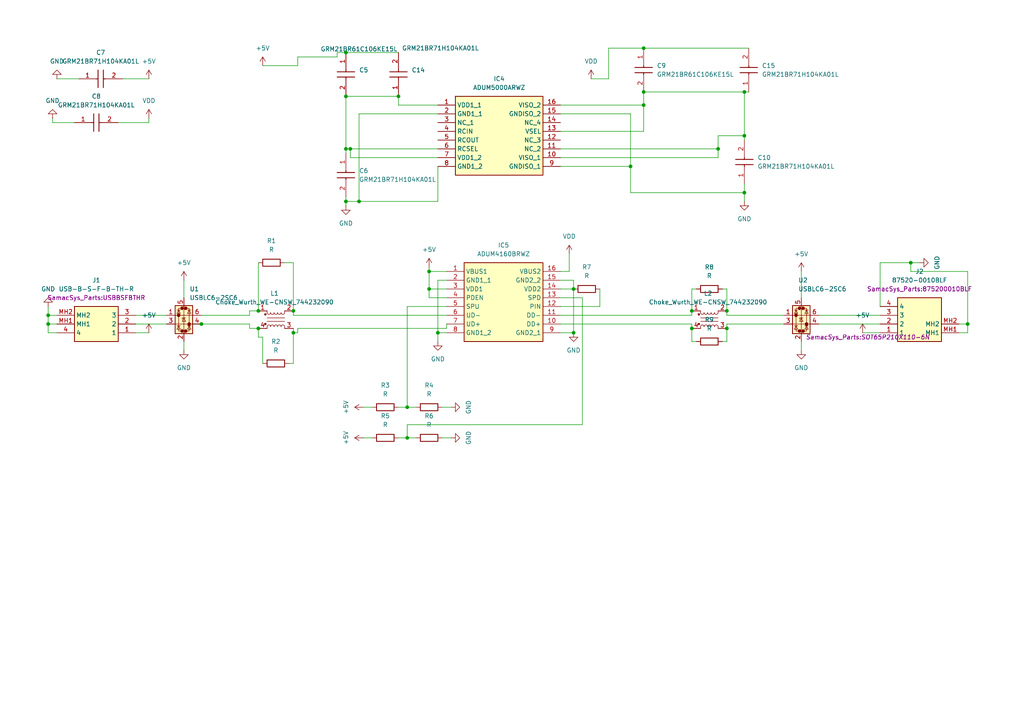
<source format=kicad_sch>
(kicad_sch
	(version 20250114)
	(generator "eeschema")
	(generator_version "9.0")
	(uuid "a29089d9-9c6c-4f20-96d3-0d3239823eef")
	(paper "A4")
	(lib_symbols
		(symbol "Device:R"
			(pin_numbers
				(hide yes)
			)
			(pin_names
				(offset 0)
			)
			(exclude_from_sim no)
			(in_bom yes)
			(on_board yes)
			(property "Reference" "R"
				(at 2.032 0 90)
				(effects
					(font
						(size 1.27 1.27)
					)
				)
			)
			(property "Value" "R"
				(at 0 0 90)
				(effects
					(font
						(size 1.27 1.27)
					)
				)
			)
			(property "Footprint" ""
				(at -1.778 0 90)
				(effects
					(font
						(size 1.27 1.27)
					)
					(hide yes)
				)
			)
			(property "Datasheet" "~"
				(at 0 0 0)
				(effects
					(font
						(size 1.27 1.27)
					)
					(hide yes)
				)
			)
			(property "Description" "Resistor"
				(at 0 0 0)
				(effects
					(font
						(size 1.27 1.27)
					)
					(hide yes)
				)
			)
			(property "ki_keywords" "R res resistor"
				(at 0 0 0)
				(effects
					(font
						(size 1.27 1.27)
					)
					(hide yes)
				)
			)
			(property "ki_fp_filters" "R_*"
				(at 0 0 0)
				(effects
					(font
						(size 1.27 1.27)
					)
					(hide yes)
				)
			)
			(symbol "R_0_1"
				(rectangle
					(start -1.016 -2.54)
					(end 1.016 2.54)
					(stroke
						(width 0.254)
						(type default)
					)
					(fill
						(type none)
					)
				)
			)
			(symbol "R_1_1"
				(pin passive line
					(at 0 3.81 270)
					(length 1.27)
					(name "~"
						(effects
							(font
								(size 1.27 1.27)
							)
						)
					)
					(number "1"
						(effects
							(font
								(size 1.27 1.27)
							)
						)
					)
				)
				(pin passive line
					(at 0 -3.81 90)
					(length 1.27)
					(name "~"
						(effects
							(font
								(size 1.27 1.27)
							)
						)
					)
					(number "2"
						(effects
							(font
								(size 1.27 1.27)
							)
						)
					)
				)
			)
			(embedded_fonts no)
		)
		(symbol "Filter:Choke_Wurth_WE-CNSW_744232090"
			(exclude_from_sim no)
			(in_bom yes)
			(on_board yes)
			(property "Reference" "L"
				(at 0 5.08 0)
				(effects
					(font
						(size 1.27 1.27)
					)
				)
			)
			(property "Value" "Choke_Wurth_WE-CNSW_744232090"
				(at 0 -5.08 0)
				(effects
					(font
						(size 1.27 1.27)
					)
				)
			)
			(property "Footprint" "Inductor_SMD:L_CommonMode_Wurth_WE-CNSW-1206"
				(at 0 -10.16 0)
				(effects
					(font
						(size 1.27 1.27)
					)
					(hide yes)
				)
			)
			(property "Datasheet" "https://www.we-online.com/components/products/datasheet/744232090.pdf"
				(at 0 -7.62 0)
				(effects
					(font
						(size 1.27 1.27)
					)
					(hide yes)
				)
			)
			(property "Description" "Common mode choke, 370 mA, 125VDC, USB2.0, 111 nH"
				(at 0 0 0)
				(effects
					(font
						(size 1.27 1.27)
					)
					(hide yes)
				)
			)
			(property "ki_keywords" "common mode choke emi usb"
				(at 0 0 0)
				(effects
					(font
						(size 1.27 1.27)
					)
					(hide yes)
				)
			)
			(property "ki_fp_filters" "L*CommonMode*Wurth*WE*CNSW*1206*"
				(at 0 0 0)
				(effects
					(font
						(size 1.27 1.27)
					)
					(hide yes)
				)
			)
			(symbol "Choke_Wurth_WE-CNSW_744232090_1_1"
				(circle
					(center -3.048 1.524)
					(radius 0.254)
					(stroke
						(width 0)
						(type default)
					)
					(fill
						(type outline)
					)
				)
				(circle
					(center -3.048 -1.27)
					(radius 0.254)
					(stroke
						(width 0)
						(type default)
					)
					(fill
						(type outline)
					)
				)
				(polyline
					(pts
						(xy -2.54 2.032) (xy -2.54 2.54)
					)
					(stroke
						(width 0)
						(type default)
					)
					(fill
						(type none)
					)
				)
				(polyline
					(pts
						(xy -2.54 0.508) (xy 2.54 0.508)
					)
					(stroke
						(width 0)
						(type default)
					)
					(fill
						(type none)
					)
				)
				(polyline
					(pts
						(xy -2.54 -2.032) (xy -2.54 -2.54)
					)
					(stroke
						(width 0)
						(type default)
					)
					(fill
						(type none)
					)
				)
				(arc
					(start -1.524 2.032)
					(mid -2.032 1.5262)
					(end -2.54 2.032)
					(stroke
						(width 0)
						(type default)
					)
					(fill
						(type none)
					)
				)
				(arc
					(start -2.54 -2.032)
					(mid -2.032 -1.5262)
					(end -1.524 -2.032)
					(stroke
						(width 0)
						(type default)
					)
					(fill
						(type none)
					)
				)
				(arc
					(start -0.508 2.032)
					(mid -1.016 1.5262)
					(end -1.524 2.032)
					(stroke
						(width 0)
						(type default)
					)
					(fill
						(type none)
					)
				)
				(arc
					(start -1.524 -2.032)
					(mid -1.016 -1.5262)
					(end -0.508 -2.032)
					(stroke
						(width 0)
						(type default)
					)
					(fill
						(type none)
					)
				)
				(arc
					(start 0.508 2.032)
					(mid 0 1.5262)
					(end -0.508 2.032)
					(stroke
						(width 0)
						(type default)
					)
					(fill
						(type none)
					)
				)
				(arc
					(start -0.508 -2.032)
					(mid 0 -1.5262)
					(end 0.508 -2.032)
					(stroke
						(width 0)
						(type default)
					)
					(fill
						(type none)
					)
				)
				(arc
					(start 1.524 2.032)
					(mid 1.016 1.5262)
					(end 0.508 2.032)
					(stroke
						(width 0)
						(type default)
					)
					(fill
						(type none)
					)
				)
				(arc
					(start 0.508 -2.032)
					(mid 1.016 -1.5262)
					(end 1.524 -2.032)
					(stroke
						(width 0)
						(type default)
					)
					(fill
						(type none)
					)
				)
				(arc
					(start 2.54 2.032)
					(mid 2.032 1.5262)
					(end 1.524 2.032)
					(stroke
						(width 0)
						(type default)
					)
					(fill
						(type none)
					)
				)
				(arc
					(start 1.524 -2.032)
					(mid 2.032 -1.5262)
					(end 2.54 -2.032)
					(stroke
						(width 0)
						(type default)
					)
					(fill
						(type none)
					)
				)
				(polyline
					(pts
						(xy 2.54 2.54) (xy 2.54 2.032)
					)
					(stroke
						(width 0)
						(type default)
					)
					(fill
						(type none)
					)
				)
				(polyline
					(pts
						(xy 2.54 -0.508) (xy -2.54 -0.508)
					)
					(stroke
						(width 0)
						(type default)
					)
					(fill
						(type none)
					)
				)
				(polyline
					(pts
						(xy 2.54 -2.032) (xy 2.54 -2.54)
					)
					(stroke
						(width 0)
						(type default)
					)
					(fill
						(type none)
					)
				)
				(pin passive line
					(at -5.08 2.54 0)
					(length 2.54)
					(name ""
						(effects
							(font
								(size 1.27 1.27)
							)
						)
					)
					(number "1"
						(effects
							(font
								(size 1.27 1.27)
							)
						)
					)
				)
				(pin passive line
					(at -5.08 -2.54 0)
					(length 2.54)
					(name ""
						(effects
							(font
								(size 1.27 1.27)
							)
						)
					)
					(number "4"
						(effects
							(font
								(size 1.27 1.27)
							)
						)
					)
				)
				(pin passive line
					(at 5.08 2.54 180)
					(length 2.54)
					(name ""
						(effects
							(font
								(size 1.27 1.27)
							)
						)
					)
					(number "2"
						(effects
							(font
								(size 1.27 1.27)
							)
						)
					)
				)
				(pin passive line
					(at 5.08 -2.54 180)
					(length 2.54)
					(name ""
						(effects
							(font
								(size 1.27 1.27)
							)
						)
					)
					(number "3"
						(effects
							(font
								(size 1.27 1.27)
							)
						)
					)
				)
			)
			(embedded_fonts no)
		)
		(symbol "Power_Protection:USBLC6-2SC6"
			(pin_names
				(hide yes)
			)
			(exclude_from_sim no)
			(in_bom yes)
			(on_board yes)
			(property "Reference" "U"
				(at 0.635 5.715 0)
				(effects
					(font
						(size 1.27 1.27)
					)
					(justify left)
				)
			)
			(property "Value" "USBLC6-2SC6"
				(at 0.635 3.81 0)
				(effects
					(font
						(size 1.27 1.27)
					)
					(justify left)
				)
			)
			(property "Footprint" "Package_TO_SOT_SMD:SOT-23-6"
				(at 1.27 -6.35 0)
				(effects
					(font
						(size 1.27 1.27)
						(italic yes)
					)
					(justify left)
					(hide yes)
				)
			)
			(property "Datasheet" "https://www.st.com/resource/en/datasheet/usblc6-2.pdf"
				(at 1.27 -8.255 0)
				(effects
					(font
						(size 1.27 1.27)
					)
					(justify left)
					(hide yes)
				)
			)
			(property "Description" "Very low capacitance ESD protection diode, 2 data-line, SOT-23-6"
				(at 0 0 0)
				(effects
					(font
						(size 1.27 1.27)
					)
					(hide yes)
				)
			)
			(property "ki_keywords" "usb ethernet video"
				(at 0 0 0)
				(effects
					(font
						(size 1.27 1.27)
					)
					(hide yes)
				)
			)
			(property "ki_fp_filters" "SOT?23*"
				(at 0 0 0)
				(effects
					(font
						(size 1.27 1.27)
					)
					(hide yes)
				)
			)
			(symbol "USBLC6-2SC6_0_0"
				(circle
					(center -1.524 0)
					(radius 0.0001)
					(stroke
						(width 0.508)
						(type default)
					)
					(fill
						(type none)
					)
				)
				(circle
					(center -0.508 2.032)
					(radius 0.0001)
					(stroke
						(width 0.508)
						(type default)
					)
					(fill
						(type none)
					)
				)
				(circle
					(center -0.508 -4.572)
					(radius 0.0001)
					(stroke
						(width 0.508)
						(type default)
					)
					(fill
						(type none)
					)
				)
				(circle
					(center 0.508 2.032)
					(radius 0.0001)
					(stroke
						(width 0.508)
						(type default)
					)
					(fill
						(type none)
					)
				)
				(circle
					(center 0.508 -4.572)
					(radius 0.0001)
					(stroke
						(width 0.508)
						(type default)
					)
					(fill
						(type none)
					)
				)
				(circle
					(center 1.524 -2.54)
					(radius 0.0001)
					(stroke
						(width 0.508)
						(type default)
					)
					(fill
						(type none)
					)
				)
			)
			(symbol "USBLC6-2SC6_0_1"
				(polyline
					(pts
						(xy -2.54 0) (xy 2.54 0)
					)
					(stroke
						(width 0)
						(type default)
					)
					(fill
						(type none)
					)
				)
				(polyline
					(pts
						(xy -2.54 -2.54) (xy 2.54 -2.54)
					)
					(stroke
						(width 0)
						(type default)
					)
					(fill
						(type none)
					)
				)
				(polyline
					(pts
						(xy -2.032 0.508) (xy -1.016 0.508) (xy -1.524 1.524) (xy -2.032 0.508)
					)
					(stroke
						(width 0)
						(type default)
					)
					(fill
						(type none)
					)
				)
				(polyline
					(pts
						(xy -2.032 -3.048) (xy -1.016 -3.048)
					)
					(stroke
						(width 0)
						(type default)
					)
					(fill
						(type none)
					)
				)
				(polyline
					(pts
						(xy -1.016 1.524) (xy -2.032 1.524)
					)
					(stroke
						(width 0)
						(type default)
					)
					(fill
						(type none)
					)
				)
				(polyline
					(pts
						(xy -1.016 -4.064) (xy -2.032 -4.064) (xy -1.524 -3.048) (xy -1.016 -4.064)
					)
					(stroke
						(width 0)
						(type default)
					)
					(fill
						(type none)
					)
				)
				(polyline
					(pts
						(xy -0.508 -1.143) (xy -0.508 -0.762) (xy 0.508 -0.762)
					)
					(stroke
						(width 0)
						(type default)
					)
					(fill
						(type none)
					)
				)
				(polyline
					(pts
						(xy 0 2.54) (xy -0.508 2.032) (xy 0.508 2.032) (xy 0 1.524) (xy 0 -4.064) (xy -0.508 -4.572) (xy 0.508 -4.572)
						(xy 0 -5.08)
					)
					(stroke
						(width 0)
						(type default)
					)
					(fill
						(type none)
					)
				)
				(polyline
					(pts
						(xy 0.508 -1.778) (xy -0.508 -1.778) (xy 0 -0.762) (xy 0.508 -1.778)
					)
					(stroke
						(width 0)
						(type default)
					)
					(fill
						(type none)
					)
				)
				(polyline
					(pts
						(xy 1.016 1.524) (xy 2.032 1.524)
					)
					(stroke
						(width 0)
						(type default)
					)
					(fill
						(type none)
					)
				)
				(polyline
					(pts
						(xy 1.016 -3.048) (xy 2.032 -3.048)
					)
					(stroke
						(width 0)
						(type default)
					)
					(fill
						(type none)
					)
				)
				(polyline
					(pts
						(xy 2.032 0.508) (xy 1.016 0.508) (xy 1.524 1.524) (xy 2.032 0.508)
					)
					(stroke
						(width 0)
						(type default)
					)
					(fill
						(type none)
					)
				)
				(polyline
					(pts
						(xy 2.032 -4.064) (xy 1.016 -4.064) (xy 1.524 -3.048) (xy 2.032 -4.064)
					)
					(stroke
						(width 0)
						(type default)
					)
					(fill
						(type none)
					)
				)
			)
			(symbol "USBLC6-2SC6_1_1"
				(rectangle
					(start -2.54 2.794)
					(end 2.54 -5.334)
					(stroke
						(width 0.254)
						(type default)
					)
					(fill
						(type background)
					)
				)
				(polyline
					(pts
						(xy -0.508 2.032) (xy -1.524 2.032) (xy -1.524 -4.572) (xy -0.508 -4.572)
					)
					(stroke
						(width 0)
						(type default)
					)
					(fill
						(type none)
					)
				)
				(polyline
					(pts
						(xy 0.508 -4.572) (xy 1.524 -4.572) (xy 1.524 2.032) (xy 0.508 2.032)
					)
					(stroke
						(width 0)
						(type default)
					)
					(fill
						(type none)
					)
				)
				(pin passive line
					(at -5.08 0 0)
					(length 2.54)
					(name "I/O1"
						(effects
							(font
								(size 1.27 1.27)
							)
						)
					)
					(number "1"
						(effects
							(font
								(size 1.27 1.27)
							)
						)
					)
				)
				(pin passive line
					(at -5.08 -2.54 0)
					(length 2.54)
					(name "I/O2"
						(effects
							(font
								(size 1.27 1.27)
							)
						)
					)
					(number "3"
						(effects
							(font
								(size 1.27 1.27)
							)
						)
					)
				)
				(pin passive line
					(at 0 5.08 270)
					(length 2.54)
					(name "VBUS"
						(effects
							(font
								(size 1.27 1.27)
							)
						)
					)
					(number "5"
						(effects
							(font
								(size 1.27 1.27)
							)
						)
					)
				)
				(pin passive line
					(at 0 -7.62 90)
					(length 2.54)
					(name "GND"
						(effects
							(font
								(size 1.27 1.27)
							)
						)
					)
					(number "2"
						(effects
							(font
								(size 1.27 1.27)
							)
						)
					)
				)
				(pin passive line
					(at 5.08 0 180)
					(length 2.54)
					(name "I/O1"
						(effects
							(font
								(size 1.27 1.27)
							)
						)
					)
					(number "6"
						(effects
							(font
								(size 1.27 1.27)
							)
						)
					)
				)
				(pin passive line
					(at 5.08 -2.54 180)
					(length 2.54)
					(name "I/O2"
						(effects
							(font
								(size 1.27 1.27)
							)
						)
					)
					(number "4"
						(effects
							(font
								(size 1.27 1.27)
							)
						)
					)
				)
			)
			(embedded_fonts no)
		)
		(symbol "SamacSys_Parts:87520-0010BLF"
			(exclude_from_sim no)
			(in_bom yes)
			(on_board yes)
			(property "Reference" "J"
				(at 19.05 7.62 0)
				(effects
					(font
						(size 1.27 1.27)
					)
					(justify left top)
				)
			)
			(property "Value" "87520-0010BLF"
				(at 19.05 5.08 0)
				(effects
					(font
						(size 1.27 1.27)
					)
					(justify left top)
				)
			)
			(property "Footprint" "875200010BLF"
				(at 19.05 -94.92 0)
				(effects
					(font
						(size 1.27 1.27)
					)
					(justify left top)
					(hide yes)
				)
			)
			(property "Datasheet" "https://cdn.amphenol-cs.com/media/wysiwyg/files/drawing/87520.pdf"
				(at 19.05 -194.92 0)
				(effects
					(font
						(size 1.27 1.27)
					)
					(justify left top)
					(hide yes)
				)
			)
			(property "Description" "USB 2.0, Input Output Connector, USB Type A, Standard, Right Angle, Through Hole, Single Decks, 4 Positions"
				(at 0 0 0)
				(effects
					(font
						(size 1.27 1.27)
					)
					(hide yes)
				)
			)
			(property "Height" "8"
				(at 19.05 -394.92 0)
				(effects
					(font
						(size 1.27 1.27)
					)
					(justify left top)
					(hide yes)
				)
			)
			(property "Manufacturer_Name" "Amphenol Communications Solutions"
				(at 19.05 -494.92 0)
				(effects
					(font
						(size 1.27 1.27)
					)
					(justify left top)
					(hide yes)
				)
			)
			(property "Manufacturer_Part_Number" "87520-0010BLF"
				(at 19.05 -594.92 0)
				(effects
					(font
						(size 1.27 1.27)
					)
					(justify left top)
					(hide yes)
				)
			)
			(property "Mouser Part Number" ""
				(at 19.05 -694.92 0)
				(effects
					(font
						(size 1.27 1.27)
					)
					(justify left top)
					(hide yes)
				)
			)
			(property "Mouser Price/Stock" ""
				(at 19.05 -794.92 0)
				(effects
					(font
						(size 1.27 1.27)
					)
					(justify left top)
					(hide yes)
				)
			)
			(property "Arrow Part Number" "87520-0010BLF"
				(at 19.05 -894.92 0)
				(effects
					(font
						(size 1.27 1.27)
					)
					(justify left top)
					(hide yes)
				)
			)
			(property "Arrow Price/Stock" "https://www.arrow.com/en/products/87520-0010blf/amphenol-fci?region=europe"
				(at 19.05 -994.92 0)
				(effects
					(font
						(size 1.27 1.27)
					)
					(justify left top)
					(hide yes)
				)
			)
			(symbol "87520-0010BLF_1_1"
				(rectangle
					(start 5.08 2.54)
					(end 17.78 -10.16)
					(stroke
						(width 0.254)
						(type default)
					)
					(fill
						(type background)
					)
				)
				(pin passive line
					(at 0 0 0)
					(length 5.08)
					(name "MH1"
						(effects
							(font
								(size 1.27 1.27)
							)
						)
					)
					(number "MH1"
						(effects
							(font
								(size 1.27 1.27)
							)
						)
					)
				)
				(pin passive line
					(at 0 -2.54 0)
					(length 5.08)
					(name "MH2"
						(effects
							(font
								(size 1.27 1.27)
							)
						)
					)
					(number "MH2"
						(effects
							(font
								(size 1.27 1.27)
							)
						)
					)
				)
				(pin passive line
					(at 22.86 0 180)
					(length 5.08)
					(name "1"
						(effects
							(font
								(size 1.27 1.27)
							)
						)
					)
					(number "1"
						(effects
							(font
								(size 1.27 1.27)
							)
						)
					)
				)
				(pin passive line
					(at 22.86 -2.54 180)
					(length 5.08)
					(name "2"
						(effects
							(font
								(size 1.27 1.27)
							)
						)
					)
					(number "2"
						(effects
							(font
								(size 1.27 1.27)
							)
						)
					)
				)
				(pin passive line
					(at 22.86 -5.08 180)
					(length 5.08)
					(name "3"
						(effects
							(font
								(size 1.27 1.27)
							)
						)
					)
					(number "3"
						(effects
							(font
								(size 1.27 1.27)
							)
						)
					)
				)
				(pin passive line
					(at 22.86 -7.62 180)
					(length 5.08)
					(name "4"
						(effects
							(font
								(size 1.27 1.27)
							)
						)
					)
					(number "4"
						(effects
							(font
								(size 1.27 1.27)
							)
						)
					)
				)
			)
			(embedded_fonts no)
		)
		(symbol "SamacSys_Parts:ADUM4160BRWZ"
			(exclude_from_sim no)
			(in_bom yes)
			(on_board yes)
			(property "Reference" "IC"
				(at 29.21 7.62 0)
				(effects
					(font
						(size 1.27 1.27)
					)
					(justify left top)
				)
			)
			(property "Value" "ADUM4160BRWZ"
				(at 29.21 5.08 0)
				(effects
					(font
						(size 1.27 1.27)
					)
					(justify left top)
				)
			)
			(property "Footprint" "SOIC127P1032X265-16N"
				(at 29.21 -94.92 0)
				(effects
					(font
						(size 1.27 1.27)
					)
					(justify left top)
					(hide yes)
				)
			)
			(property "Datasheet" "https://datasheet.datasheetarchive.com/originals/distributors/SFDatasheet-7/sf-000149826.pdf"
				(at 29.21 -194.92 0)
				(effects
					(font
						(size 1.27 1.27)
					)
					(justify left top)
					(hide yes)
				)
			)
			(property "Description" "Full/Low Speed 5 kV USB Digital Isolator"
				(at 0 0 0)
				(effects
					(font
						(size 1.27 1.27)
					)
					(hide yes)
				)
			)
			(property "Height" "2.65"
				(at 29.21 -394.92 0)
				(effects
					(font
						(size 1.27 1.27)
					)
					(justify left top)
					(hide yes)
				)
			)
			(property "Manufacturer_Name" "Analog Devices"
				(at 29.21 -494.92 0)
				(effects
					(font
						(size 1.27 1.27)
					)
					(justify left top)
					(hide yes)
				)
			)
			(property "Manufacturer_Part_Number" "ADUM4160BRWZ"
				(at 29.21 -594.92 0)
				(effects
					(font
						(size 1.27 1.27)
					)
					(justify left top)
					(hide yes)
				)
			)
			(property "Mouser Part Number" "584-ADUM4160BRWZ"
				(at 29.21 -694.92 0)
				(effects
					(font
						(size 1.27 1.27)
					)
					(justify left top)
					(hide yes)
				)
			)
			(property "Mouser Price/Stock" "https://www.mouser.co.uk/ProductDetail/Analog-Devices/ADUM4160BRWZ?qs=WIvQP4zGanj8VHq3sVqu9A%3D%3D"
				(at 29.21 -794.92 0)
				(effects
					(font
						(size 1.27 1.27)
					)
					(justify left top)
					(hide yes)
				)
			)
			(property "Arrow Part Number" "ADUM4160BRWZ"
				(at 29.21 -894.92 0)
				(effects
					(font
						(size 1.27 1.27)
					)
					(justify left top)
					(hide yes)
				)
			)
			(property "Arrow Price/Stock" "https://www.arrow.com/en/products/adum4160brwz/analog-devices?utm_currency=USD&region=europe"
				(at 29.21 -994.92 0)
				(effects
					(font
						(size 1.27 1.27)
					)
					(justify left top)
					(hide yes)
				)
			)
			(symbol "ADUM4160BRWZ_1_1"
				(rectangle
					(start 5.08 2.54)
					(end 27.94 -20.32)
					(stroke
						(width 0.254)
						(type default)
					)
					(fill
						(type background)
					)
				)
				(pin passive line
					(at 0 0 0)
					(length 5.08)
					(name "VBUS1"
						(effects
							(font
								(size 1.27 1.27)
							)
						)
					)
					(number "1"
						(effects
							(font
								(size 1.27 1.27)
							)
						)
					)
				)
				(pin passive line
					(at 0 -2.54 0)
					(length 5.08)
					(name "GND1_1"
						(effects
							(font
								(size 1.27 1.27)
							)
						)
					)
					(number "2"
						(effects
							(font
								(size 1.27 1.27)
							)
						)
					)
				)
				(pin passive line
					(at 0 -5.08 0)
					(length 5.08)
					(name "VDD1"
						(effects
							(font
								(size 1.27 1.27)
							)
						)
					)
					(number "3"
						(effects
							(font
								(size 1.27 1.27)
							)
						)
					)
				)
				(pin passive line
					(at 0 -7.62 0)
					(length 5.08)
					(name "PDEN"
						(effects
							(font
								(size 1.27 1.27)
							)
						)
					)
					(number "4"
						(effects
							(font
								(size 1.27 1.27)
							)
						)
					)
				)
				(pin passive line
					(at 0 -10.16 0)
					(length 5.08)
					(name "SPU"
						(effects
							(font
								(size 1.27 1.27)
							)
						)
					)
					(number "5"
						(effects
							(font
								(size 1.27 1.27)
							)
						)
					)
				)
				(pin passive line
					(at 0 -12.7 0)
					(length 5.08)
					(name "UD-"
						(effects
							(font
								(size 1.27 1.27)
							)
						)
					)
					(number "6"
						(effects
							(font
								(size 1.27 1.27)
							)
						)
					)
				)
				(pin passive line
					(at 0 -15.24 0)
					(length 5.08)
					(name "UD+"
						(effects
							(font
								(size 1.27 1.27)
							)
						)
					)
					(number "7"
						(effects
							(font
								(size 1.27 1.27)
							)
						)
					)
				)
				(pin passive line
					(at 0 -17.78 0)
					(length 5.08)
					(name "GND1_2"
						(effects
							(font
								(size 1.27 1.27)
							)
						)
					)
					(number "8"
						(effects
							(font
								(size 1.27 1.27)
							)
						)
					)
				)
				(pin passive line
					(at 33.02 0 180)
					(length 5.08)
					(name "VBUS2"
						(effects
							(font
								(size 1.27 1.27)
							)
						)
					)
					(number "16"
						(effects
							(font
								(size 1.27 1.27)
							)
						)
					)
				)
				(pin passive line
					(at 33.02 -2.54 180)
					(length 5.08)
					(name "GND2_2"
						(effects
							(font
								(size 1.27 1.27)
							)
						)
					)
					(number "15"
						(effects
							(font
								(size 1.27 1.27)
							)
						)
					)
				)
				(pin passive line
					(at 33.02 -5.08 180)
					(length 5.08)
					(name "VDD2"
						(effects
							(font
								(size 1.27 1.27)
							)
						)
					)
					(number "14"
						(effects
							(font
								(size 1.27 1.27)
							)
						)
					)
				)
				(pin passive line
					(at 33.02 -7.62 180)
					(length 5.08)
					(name "SPD"
						(effects
							(font
								(size 1.27 1.27)
							)
						)
					)
					(number "13"
						(effects
							(font
								(size 1.27 1.27)
							)
						)
					)
				)
				(pin passive line
					(at 33.02 -10.16 180)
					(length 5.08)
					(name "PIN"
						(effects
							(font
								(size 1.27 1.27)
							)
						)
					)
					(number "12"
						(effects
							(font
								(size 1.27 1.27)
							)
						)
					)
				)
				(pin passive line
					(at 33.02 -12.7 180)
					(length 5.08)
					(name "DD-"
						(effects
							(font
								(size 1.27 1.27)
							)
						)
					)
					(number "11"
						(effects
							(font
								(size 1.27 1.27)
							)
						)
					)
				)
				(pin passive line
					(at 33.02 -15.24 180)
					(length 5.08)
					(name "DD+"
						(effects
							(font
								(size 1.27 1.27)
							)
						)
					)
					(number "10"
						(effects
							(font
								(size 1.27 1.27)
							)
						)
					)
				)
				(pin passive line
					(at 33.02 -17.78 180)
					(length 5.08)
					(name "GND2_1"
						(effects
							(font
								(size 1.27 1.27)
							)
						)
					)
					(number "9"
						(effects
							(font
								(size 1.27 1.27)
							)
						)
					)
				)
			)
			(embedded_fonts no)
		)
		(symbol "SamacSys_Parts:ADUM5000ARWZ"
			(exclude_from_sim no)
			(in_bom yes)
			(on_board yes)
			(property "Reference" "IC"
				(at 31.75 7.62 0)
				(effects
					(font
						(size 1.27 1.27)
					)
					(justify left top)
				)
			)
			(property "Value" "ADUM5000ARWZ"
				(at 31.75 5.08 0)
				(effects
					(font
						(size 1.27 1.27)
					)
					(justify left top)
				)
			)
			(property "Footprint" "SOIC127P1032X265-16N"
				(at 31.75 -94.92 0)
				(effects
					(font
						(size 1.27 1.27)
					)
					(justify left top)
					(hide yes)
				)
			)
			(property "Datasheet" "https://www.analog.com/media/en/technical-documentation/data-sheets/ADuM5000.pdf"
				(at 31.75 -194.92 0)
				(effects
					(font
						(size 1.27 1.27)
					)
					(justify left top)
					(hide yes)
				)
			)
			(property "Description" "Switching Voltage Regulators 2.5kV DC/DC Cnvtr IC"
				(at 0 0 0)
				(effects
					(font
						(size 1.27 1.27)
					)
					(hide yes)
				)
			)
			(property "Height" "2.65"
				(at 31.75 -394.92 0)
				(effects
					(font
						(size 1.27 1.27)
					)
					(justify left top)
					(hide yes)
				)
			)
			(property "Manufacturer_Name" "Analog Devices"
				(at 31.75 -494.92 0)
				(effects
					(font
						(size 1.27 1.27)
					)
					(justify left top)
					(hide yes)
				)
			)
			(property "Manufacturer_Part_Number" "ADUM5000ARWZ"
				(at 31.75 -594.92 0)
				(effects
					(font
						(size 1.27 1.27)
					)
					(justify left top)
					(hide yes)
				)
			)
			(property "Mouser Part Number" "584-ADUM5000ARWZ"
				(at 31.75 -694.92 0)
				(effects
					(font
						(size 1.27 1.27)
					)
					(justify left top)
					(hide yes)
				)
			)
			(property "Mouser Price/Stock" "https://www.mouser.co.uk/ProductDetail/Analog-Devices/ADUM5000ARWZ?qs=WIvQP4zGanhtQujw%2FAjUEw%3D%3D"
				(at 31.75 -794.92 0)
				(effects
					(font
						(size 1.27 1.27)
					)
					(justify left top)
					(hide yes)
				)
			)
			(property "Arrow Part Number" "ADUM5000ARWZ"
				(at 31.75 -894.92 0)
				(effects
					(font
						(size 1.27 1.27)
					)
					(justify left top)
					(hide yes)
				)
			)
			(property "Arrow Price/Stock" "https://www.arrow.com/en/products/adum5000arwz/analog-devices?region=europe"
				(at 31.75 -994.92 0)
				(effects
					(font
						(size 1.27 1.27)
					)
					(justify left top)
					(hide yes)
				)
			)
			(symbol "ADUM5000ARWZ_1_1"
				(rectangle
					(start 5.08 2.54)
					(end 30.48 -20.32)
					(stroke
						(width 0.254)
						(type default)
					)
					(fill
						(type background)
					)
				)
				(pin passive line
					(at 0 0 0)
					(length 5.08)
					(name "VDD1_1"
						(effects
							(font
								(size 1.27 1.27)
							)
						)
					)
					(number "1"
						(effects
							(font
								(size 1.27 1.27)
							)
						)
					)
				)
				(pin passive line
					(at 0 -2.54 0)
					(length 5.08)
					(name "GND1_1"
						(effects
							(font
								(size 1.27 1.27)
							)
						)
					)
					(number "2"
						(effects
							(font
								(size 1.27 1.27)
							)
						)
					)
				)
				(pin passive line
					(at 0 -5.08 0)
					(length 5.08)
					(name "NC_1"
						(effects
							(font
								(size 1.27 1.27)
							)
						)
					)
					(number "3"
						(effects
							(font
								(size 1.27 1.27)
							)
						)
					)
				)
				(pin passive line
					(at 0 -7.62 0)
					(length 5.08)
					(name "RCIN"
						(effects
							(font
								(size 1.27 1.27)
							)
						)
					)
					(number "4"
						(effects
							(font
								(size 1.27 1.27)
							)
						)
					)
				)
				(pin passive line
					(at 0 -10.16 0)
					(length 5.08)
					(name "RCOUT"
						(effects
							(font
								(size 1.27 1.27)
							)
						)
					)
					(number "5"
						(effects
							(font
								(size 1.27 1.27)
							)
						)
					)
				)
				(pin passive line
					(at 0 -12.7 0)
					(length 5.08)
					(name "RCSEL"
						(effects
							(font
								(size 1.27 1.27)
							)
						)
					)
					(number "6"
						(effects
							(font
								(size 1.27 1.27)
							)
						)
					)
				)
				(pin passive line
					(at 0 -15.24 0)
					(length 5.08)
					(name "VDD1_2"
						(effects
							(font
								(size 1.27 1.27)
							)
						)
					)
					(number "7"
						(effects
							(font
								(size 1.27 1.27)
							)
						)
					)
				)
				(pin passive line
					(at 0 -17.78 0)
					(length 5.08)
					(name "GND1_2"
						(effects
							(font
								(size 1.27 1.27)
							)
						)
					)
					(number "8"
						(effects
							(font
								(size 1.27 1.27)
							)
						)
					)
				)
				(pin passive line
					(at 35.56 0 180)
					(length 5.08)
					(name "VISO_2"
						(effects
							(font
								(size 1.27 1.27)
							)
						)
					)
					(number "16"
						(effects
							(font
								(size 1.27 1.27)
							)
						)
					)
				)
				(pin passive line
					(at 35.56 -2.54 180)
					(length 5.08)
					(name "GNDISO_2"
						(effects
							(font
								(size 1.27 1.27)
							)
						)
					)
					(number "15"
						(effects
							(font
								(size 1.27 1.27)
							)
						)
					)
				)
				(pin passive line
					(at 35.56 -5.08 180)
					(length 5.08)
					(name "NC_4"
						(effects
							(font
								(size 1.27 1.27)
							)
						)
					)
					(number "14"
						(effects
							(font
								(size 1.27 1.27)
							)
						)
					)
				)
				(pin passive line
					(at 35.56 -7.62 180)
					(length 5.08)
					(name "VSEL"
						(effects
							(font
								(size 1.27 1.27)
							)
						)
					)
					(number "13"
						(effects
							(font
								(size 1.27 1.27)
							)
						)
					)
				)
				(pin passive line
					(at 35.56 -10.16 180)
					(length 5.08)
					(name "NC_3"
						(effects
							(font
								(size 1.27 1.27)
							)
						)
					)
					(number "12"
						(effects
							(font
								(size 1.27 1.27)
							)
						)
					)
				)
				(pin passive line
					(at 35.56 -12.7 180)
					(length 5.08)
					(name "NC_2"
						(effects
							(font
								(size 1.27 1.27)
							)
						)
					)
					(number "11"
						(effects
							(font
								(size 1.27 1.27)
							)
						)
					)
				)
				(pin passive line
					(at 35.56 -15.24 180)
					(length 5.08)
					(name "VISO_1"
						(effects
							(font
								(size 1.27 1.27)
							)
						)
					)
					(number "10"
						(effects
							(font
								(size 1.27 1.27)
							)
						)
					)
				)
				(pin passive line
					(at 35.56 -17.78 180)
					(length 5.08)
					(name "GNDISO_1"
						(effects
							(font
								(size 1.27 1.27)
							)
						)
					)
					(number "9"
						(effects
							(font
								(size 1.27 1.27)
							)
						)
					)
				)
			)
			(embedded_fonts no)
		)
		(symbol "SamacSys_Parts:GRM21BR61C106KE15L"
			(pin_names
				(hide yes)
			)
			(exclude_from_sim no)
			(in_bom yes)
			(on_board yes)
			(property "Reference" "C"
				(at 8.89 6.35 0)
				(effects
					(font
						(size 1.27 1.27)
					)
					(justify left top)
				)
			)
			(property "Value" "GRM21BR61C106KE15L"
				(at 8.89 3.81 0)
				(effects
					(font
						(size 1.27 1.27)
					)
					(justify left top)
				)
			)
			(property "Footprint" "CAPC2012X145N"
				(at 8.89 -96.19 0)
				(effects
					(font
						(size 1.27 1.27)
					)
					(justify left top)
					(hide yes)
				)
			)
			(property "Datasheet" "https://search.murata.co.jp/Ceramy/image/img/A01X/G101/ENG/GRM21BR61C106KE15-01A.pdf"
				(at 8.89 -196.19 0)
				(effects
					(font
						(size 1.27 1.27)
					)
					(justify left top)
					(hide yes)
				)
			)
			(property "Description" "Ceramic  SMT capacitor 10uF 16Vdc Murata 0805 GRM 10uF Ceramic Multilayer Capacitor, 16 V dc, +85C, X5R Dielectric, +/-10% SMD"
				(at 0 0 0)
				(effects
					(font
						(size 1.27 1.27)
					)
					(hide yes)
				)
			)
			(property "Height" "1.45"
				(at 8.89 -396.19 0)
				(effects
					(font
						(size 1.27 1.27)
					)
					(justify left top)
					(hide yes)
				)
			)
			(property "Manufacturer_Name" "Murata Electronics"
				(at 8.89 -496.19 0)
				(effects
					(font
						(size 1.27 1.27)
					)
					(justify left top)
					(hide yes)
				)
			)
			(property "Manufacturer_Part_Number" "GRM21BR61C106KE15L"
				(at 8.89 -596.19 0)
				(effects
					(font
						(size 1.27 1.27)
					)
					(justify left top)
					(hide yes)
				)
			)
			(property "Mouser Part Number" "81-GRM21BR61C106KE15"
				(at 8.89 -696.19 0)
				(effects
					(font
						(size 1.27 1.27)
					)
					(justify left top)
					(hide yes)
				)
			)
			(property "Mouser Price/Stock" "https://www.mouser.co.uk/ProductDetail/Murata-Electronics/GRM21BR61C106KE15L?qs=vS1sKHMaE9UZ7Oz%252BS7dCHg%3D%3D"
				(at 8.89 -796.19 0)
				(effects
					(font
						(size 1.27 1.27)
					)
					(justify left top)
					(hide yes)
				)
			)
			(property "Arrow Part Number" "GRM21BR61C106KE15L"
				(at 8.89 -896.19 0)
				(effects
					(font
						(size 1.27 1.27)
					)
					(justify left top)
					(hide yes)
				)
			)
			(property "Arrow Price/Stock" "https://www.arrow.com/en/products/grm21br61c106ke15l/murata-manufacturing?utm_currency=USD&region=nac"
				(at 8.89 -996.19 0)
				(effects
					(font
						(size 1.27 1.27)
					)
					(justify left top)
					(hide yes)
				)
			)
			(symbol "GRM21BR61C106KE15L_1_1"
				(polyline
					(pts
						(xy 5.08 0) (xy 5.588 0)
					)
					(stroke
						(width 0.254)
						(type default)
					)
					(fill
						(type none)
					)
				)
				(polyline
					(pts
						(xy 5.588 2.54) (xy 5.588 -2.54)
					)
					(stroke
						(width 0.254)
						(type default)
					)
					(fill
						(type none)
					)
				)
				(polyline
					(pts
						(xy 7.112 2.54) (xy 7.112 -2.54)
					)
					(stroke
						(width 0.254)
						(type default)
					)
					(fill
						(type none)
					)
				)
				(polyline
					(pts
						(xy 7.112 0) (xy 7.62 0)
					)
					(stroke
						(width 0.254)
						(type default)
					)
					(fill
						(type none)
					)
				)
				(pin passive line
					(at 0 0 0)
					(length 5.08)
					(name "1"
						(effects
							(font
								(size 1.27 1.27)
							)
						)
					)
					(number "1"
						(effects
							(font
								(size 1.27 1.27)
							)
						)
					)
				)
				(pin passive line
					(at 12.7 0 180)
					(length 5.08)
					(name "2"
						(effects
							(font
								(size 1.27 1.27)
							)
						)
					)
					(number "2"
						(effects
							(font
								(size 1.27 1.27)
							)
						)
					)
				)
			)
			(embedded_fonts no)
		)
		(symbol "SamacSys_Parts:GRM21BR71H104KA01L"
			(pin_names
				(hide yes)
			)
			(exclude_from_sim no)
			(in_bom yes)
			(on_board yes)
			(property "Reference" "C"
				(at 8.89 6.35 0)
				(effects
					(font
						(size 1.27 1.27)
					)
					(justify left top)
				)
			)
			(property "Value" "GRM21BR71H104KA01L"
				(at 8.89 3.81 0)
				(effects
					(font
						(size 1.27 1.27)
					)
					(justify left top)
				)
			)
			(property "Footprint" "CAPC2012X145N"
				(at 8.89 -96.19 0)
				(effects
					(font
						(size 1.27 1.27)
					)
					(justify left top)
					(hide yes)
				)
			)
			(property "Datasheet" "https://search.murata.co.jp/Ceramy/image/img/A01X/G101/ENG/GRM21BR71H104KA01-01.pdf"
				(at 8.89 -196.19 0)
				(effects
					(font
						(size 1.27 1.27)
					)
					(justify left top)
					(hide yes)
				)
			)
			(property "Description" "Ceramic Capacitors MLCC 0805 100nF 50V Murata 0805 GRM 100nF Ceramic Multilayer Capacitor, 50 V dc X7R Dielectric ??10% SMD"
				(at 0 0 0)
				(effects
					(font
						(size 1.27 1.27)
					)
					(hide yes)
				)
			)
			(property "Height" "1.45"
				(at 8.89 -396.19 0)
				(effects
					(font
						(size 1.27 1.27)
					)
					(justify left top)
					(hide yes)
				)
			)
			(property "Manufacturer_Name" "Murata Electronics"
				(at 8.89 -496.19 0)
				(effects
					(font
						(size 1.27 1.27)
					)
					(justify left top)
					(hide yes)
				)
			)
			(property "Manufacturer_Part_Number" "GRM21BR71H104KA01L"
				(at 8.89 -596.19 0)
				(effects
					(font
						(size 1.27 1.27)
					)
					(justify left top)
					(hide yes)
				)
			)
			(property "Mouser Part Number" "81-GRM40X104K50L"
				(at 8.89 -696.19 0)
				(effects
					(font
						(size 1.27 1.27)
					)
					(justify left top)
					(hide yes)
				)
			)
			(property "Mouser Price/Stock" "https://www.mouser.co.uk/ProductDetail/Murata-Electronics/GRM21BR71H104KA01L?qs=JovLnzPPZAL81o2XNDa%2FDA%3D%3D"
				(at 8.89 -796.19 0)
				(effects
					(font
						(size 1.27 1.27)
					)
					(justify left top)
					(hide yes)
				)
			)
			(property "Arrow Part Number" "GRM21BR71H104KA01L"
				(at 8.89 -896.19 0)
				(effects
					(font
						(size 1.27 1.27)
					)
					(justify left top)
					(hide yes)
				)
			)
			(property "Arrow Price/Stock" "https://www.arrow.com/en/products/grm21br71h104ka01l/murata-manufacturing?utm_currency=USD&region=europe"
				(at 8.89 -996.19 0)
				(effects
					(font
						(size 1.27 1.27)
					)
					(justify left top)
					(hide yes)
				)
			)
			(symbol "GRM21BR71H104KA01L_1_1"
				(polyline
					(pts
						(xy 5.08 0) (xy 5.588 0)
					)
					(stroke
						(width 0.254)
						(type default)
					)
					(fill
						(type none)
					)
				)
				(polyline
					(pts
						(xy 5.588 2.54) (xy 5.588 -2.54)
					)
					(stroke
						(width 0.254)
						(type default)
					)
					(fill
						(type none)
					)
				)
				(polyline
					(pts
						(xy 7.112 2.54) (xy 7.112 -2.54)
					)
					(stroke
						(width 0.254)
						(type default)
					)
					(fill
						(type none)
					)
				)
				(polyline
					(pts
						(xy 7.112 0) (xy 7.62 0)
					)
					(stroke
						(width 0.254)
						(type default)
					)
					(fill
						(type none)
					)
				)
				(pin passive line
					(at 0 0 0)
					(length 5.08)
					(name "1"
						(effects
							(font
								(size 1.27 1.27)
							)
						)
					)
					(number "1"
						(effects
							(font
								(size 1.27 1.27)
							)
						)
					)
				)
				(pin passive line
					(at 12.7 0 180)
					(length 5.08)
					(name "2"
						(effects
							(font
								(size 1.27 1.27)
							)
						)
					)
					(number "2"
						(effects
							(font
								(size 1.27 1.27)
							)
						)
					)
				)
			)
			(embedded_fonts no)
		)
		(symbol "SamacSys_Parts:USB-B-S-F-B-TH-R"
			(exclude_from_sim no)
			(in_bom yes)
			(on_board yes)
			(property "Reference" "J"
				(at 19.05 7.62 0)
				(effects
					(font
						(size 1.27 1.27)
					)
					(justify left top)
				)
			)
			(property "Value" "USB-B-S-F-B-TH-R"
				(at 19.05 5.08 0)
				(effects
					(font
						(size 1.27 1.27)
					)
					(justify left top)
				)
			)
			(property "Footprint" "USBBSFBTHR"
				(at 19.05 -94.92 0)
				(effects
					(font
						(size 1.27 1.27)
					)
					(justify left top)
					(hide yes)
				)
			)
			(property "Datasheet" "http://suddendocs.samtec.com/prints/usb-b-s-x-x-th-x-xx-mkt.pdf"
				(at 19.05 -194.92 0)
				(effects
					(font
						(size 1.27 1.27)
					)
					(justify left top)
					(hide yes)
				)
			)
			(property "Description" "USB TYPE B 2.0 BLACK T/H"
				(at 0 0 0)
				(effects
					(font
						(size 1.27 1.27)
					)
					(hide yes)
				)
			)
			(property "Height" "10.95"
				(at 19.05 -394.92 0)
				(effects
					(font
						(size 1.27 1.27)
					)
					(justify left top)
					(hide yes)
				)
			)
			(property "Manufacturer_Name" "SAMTEC"
				(at 19.05 -494.92 0)
				(effects
					(font
						(size 1.27 1.27)
					)
					(justify left top)
					(hide yes)
				)
			)
			(property "Manufacturer_Part_Number" "USB-B-S-F-B-TH-R"
				(at 19.05 -594.92 0)
				(effects
					(font
						(size 1.27 1.27)
					)
					(justify left top)
					(hide yes)
				)
			)
			(property "Mouser Part Number" "200-USBBSFBTHR"
				(at 19.05 -694.92 0)
				(effects
					(font
						(size 1.27 1.27)
					)
					(justify left top)
					(hide yes)
				)
			)
			(property "Mouser Price/Stock" "https://www.mouser.co.uk/ProductDetail/Samtec/USB-B-S-F-B-TH-R?qs=Cqqh%252BS766wljaK51DjBy2Q%3D%3D"
				(at 19.05 -794.92 0)
				(effects
					(font
						(size 1.27 1.27)
					)
					(justify left top)
					(hide yes)
				)
			)
			(property "Arrow Part Number" "USB-B-S-F-B-TH-R"
				(at 19.05 -894.92 0)
				(effects
					(font
						(size 1.27 1.27)
					)
					(justify left top)
					(hide yes)
				)
			)
			(property "Arrow Price/Stock" "https://www.arrow.com/en/products/usb-b-s-f-b-th-r/samtec?utm_currency=USD&region=nac"
				(at 19.05 -994.92 0)
				(effects
					(font
						(size 1.27 1.27)
					)
					(justify left top)
					(hide yes)
				)
			)
			(symbol "USB-B-S-F-B-TH-R_1_1"
				(rectangle
					(start 5.08 2.54)
					(end 17.78 -7.62)
					(stroke
						(width 0.254)
						(type default)
					)
					(fill
						(type background)
					)
				)
				(pin passive line
					(at 0 0 0)
					(length 5.08)
					(name "1"
						(effects
							(font
								(size 1.27 1.27)
							)
						)
					)
					(number "1"
						(effects
							(font
								(size 1.27 1.27)
							)
						)
					)
				)
				(pin passive line
					(at 0 -2.54 0)
					(length 5.08)
					(name "2"
						(effects
							(font
								(size 1.27 1.27)
							)
						)
					)
					(number "2"
						(effects
							(font
								(size 1.27 1.27)
							)
						)
					)
				)
				(pin passive line
					(at 0 -5.08 0)
					(length 5.08)
					(name "3"
						(effects
							(font
								(size 1.27 1.27)
							)
						)
					)
					(number "3"
						(effects
							(font
								(size 1.27 1.27)
							)
						)
					)
				)
				(pin passive line
					(at 22.86 0 180)
					(length 5.08)
					(name "4"
						(effects
							(font
								(size 1.27 1.27)
							)
						)
					)
					(number "4"
						(effects
							(font
								(size 1.27 1.27)
							)
						)
					)
				)
				(pin passive line
					(at 22.86 -2.54 180)
					(length 5.08)
					(name "MH1"
						(effects
							(font
								(size 1.27 1.27)
							)
						)
					)
					(number "MH1"
						(effects
							(font
								(size 1.27 1.27)
							)
						)
					)
				)
				(pin passive line
					(at 22.86 -5.08 180)
					(length 5.08)
					(name "MH2"
						(effects
							(font
								(size 1.27 1.27)
							)
						)
					)
					(number "MH2"
						(effects
							(font
								(size 1.27 1.27)
							)
						)
					)
				)
			)
			(embedded_fonts no)
		)
		(symbol "power:+5V"
			(power)
			(pin_numbers
				(hide yes)
			)
			(pin_names
				(offset 0)
				(hide yes)
			)
			(exclude_from_sim no)
			(in_bom yes)
			(on_board yes)
			(property "Reference" "#PWR"
				(at 0 -3.81 0)
				(effects
					(font
						(size 1.27 1.27)
					)
					(hide yes)
				)
			)
			(property "Value" "+5V"
				(at 0 3.556 0)
				(effects
					(font
						(size 1.27 1.27)
					)
				)
			)
			(property "Footprint" ""
				(at 0 0 0)
				(effects
					(font
						(size 1.27 1.27)
					)
					(hide yes)
				)
			)
			(property "Datasheet" ""
				(at 0 0 0)
				(effects
					(font
						(size 1.27 1.27)
					)
					(hide yes)
				)
			)
			(property "Description" "Power symbol creates a global label with name \"+5V\""
				(at 0 0 0)
				(effects
					(font
						(size 1.27 1.27)
					)
					(hide yes)
				)
			)
			(property "ki_keywords" "global power"
				(at 0 0 0)
				(effects
					(font
						(size 1.27 1.27)
					)
					(hide yes)
				)
			)
			(symbol "+5V_0_1"
				(polyline
					(pts
						(xy -0.762 1.27) (xy 0 2.54)
					)
					(stroke
						(width 0)
						(type default)
					)
					(fill
						(type none)
					)
				)
				(polyline
					(pts
						(xy 0 2.54) (xy 0.762 1.27)
					)
					(stroke
						(width 0)
						(type default)
					)
					(fill
						(type none)
					)
				)
				(polyline
					(pts
						(xy 0 0) (xy 0 2.54)
					)
					(stroke
						(width 0)
						(type default)
					)
					(fill
						(type none)
					)
				)
			)
			(symbol "+5V_1_1"
				(pin power_in line
					(at 0 0 90)
					(length 0)
					(name "~"
						(effects
							(font
								(size 1.27 1.27)
							)
						)
					)
					(number "1"
						(effects
							(font
								(size 1.27 1.27)
							)
						)
					)
				)
			)
			(embedded_fonts no)
		)
		(symbol "power:GND"
			(power)
			(pin_numbers
				(hide yes)
			)
			(pin_names
				(offset 0)
				(hide yes)
			)
			(exclude_from_sim no)
			(in_bom yes)
			(on_board yes)
			(property "Reference" "#PWR"
				(at 0 -6.35 0)
				(effects
					(font
						(size 1.27 1.27)
					)
					(hide yes)
				)
			)
			(property "Value" "GND"
				(at 0 -3.81 0)
				(effects
					(font
						(size 1.27 1.27)
					)
				)
			)
			(property "Footprint" ""
				(at 0 0 0)
				(effects
					(font
						(size 1.27 1.27)
					)
					(hide yes)
				)
			)
			(property "Datasheet" ""
				(at 0 0 0)
				(effects
					(font
						(size 1.27 1.27)
					)
					(hide yes)
				)
			)
			(property "Description" "Power symbol creates a global label with name \"GND\" , ground"
				(at 0 0 0)
				(effects
					(font
						(size 1.27 1.27)
					)
					(hide yes)
				)
			)
			(property "ki_keywords" "global power"
				(at 0 0 0)
				(effects
					(font
						(size 1.27 1.27)
					)
					(hide yes)
				)
			)
			(symbol "GND_0_1"
				(polyline
					(pts
						(xy 0 0) (xy 0 -1.27) (xy 1.27 -1.27) (xy 0 -2.54) (xy -1.27 -1.27) (xy 0 -1.27)
					)
					(stroke
						(width 0)
						(type default)
					)
					(fill
						(type none)
					)
				)
			)
			(symbol "GND_1_1"
				(pin power_in line
					(at 0 0 270)
					(length 0)
					(name "~"
						(effects
							(font
								(size 1.27 1.27)
							)
						)
					)
					(number "1"
						(effects
							(font
								(size 1.27 1.27)
							)
						)
					)
				)
			)
			(embedded_fonts no)
		)
		(symbol "power:VDD"
			(power)
			(pin_numbers
				(hide yes)
			)
			(pin_names
				(offset 0)
				(hide yes)
			)
			(exclude_from_sim no)
			(in_bom yes)
			(on_board yes)
			(property "Reference" "#PWR"
				(at 0 -3.81 0)
				(effects
					(font
						(size 1.27 1.27)
					)
					(hide yes)
				)
			)
			(property "Value" "VDD"
				(at 0 3.556 0)
				(effects
					(font
						(size 1.27 1.27)
					)
				)
			)
			(property "Footprint" ""
				(at 0 0 0)
				(effects
					(font
						(size 1.27 1.27)
					)
					(hide yes)
				)
			)
			(property "Datasheet" ""
				(at 0 0 0)
				(effects
					(font
						(size 1.27 1.27)
					)
					(hide yes)
				)
			)
			(property "Description" "Power symbol creates a global label with name \"VDD\""
				(at 0 0 0)
				(effects
					(font
						(size 1.27 1.27)
					)
					(hide yes)
				)
			)
			(property "ki_keywords" "global power"
				(at 0 0 0)
				(effects
					(font
						(size 1.27 1.27)
					)
					(hide yes)
				)
			)
			(symbol "VDD_0_1"
				(polyline
					(pts
						(xy -0.762 1.27) (xy 0 2.54)
					)
					(stroke
						(width 0)
						(type default)
					)
					(fill
						(type none)
					)
				)
				(polyline
					(pts
						(xy 0 2.54) (xy 0.762 1.27)
					)
					(stroke
						(width 0)
						(type default)
					)
					(fill
						(type none)
					)
				)
				(polyline
					(pts
						(xy 0 0) (xy 0 2.54)
					)
					(stroke
						(width 0)
						(type default)
					)
					(fill
						(type none)
					)
				)
			)
			(symbol "VDD_1_1"
				(pin power_in line
					(at 0 0 90)
					(length 0)
					(name "~"
						(effects
							(font
								(size 1.27 1.27)
							)
						)
					)
					(number "1"
						(effects
							(font
								(size 1.27 1.27)
							)
						)
					)
				)
			)
			(embedded_fonts no)
		)
	)
	(junction
		(at 215.9 39.37)
		(diameter 0)
		(color 0 0 0 0)
		(uuid "0593174d-b81a-4da6-9fc6-5bf7b1ccd0fe")
	)
	(junction
		(at 210.82 95.25)
		(diameter 0)
		(color 0 0 0 0)
		(uuid "06768468-316d-4d0c-8681-c766e9898082")
	)
	(junction
		(at 74.93 90.17)
		(diameter 0)
		(color 0 0 0 0)
		(uuid "068efd32-a1d3-438b-8adc-b1e2bdd5b040")
	)
	(junction
		(at 115.57 27.94)
		(diameter 0)
		(color 0 0 0 0)
		(uuid "3be4accc-f8fa-4c40-983b-be4dbc578f47")
	)
	(junction
		(at 186.69 13.97)
		(diameter 0)
		(color 0 0 0 0)
		(uuid "3fa435ac-c250-4346-9249-78e9ebbb54f7")
	)
	(junction
		(at 186.69 26.67)
		(diameter 0)
		(color 0 0 0 0)
		(uuid "42978be5-4f2b-4064-93f2-1e74df61ba91")
	)
	(junction
		(at 85.09 90.17)
		(diameter 0)
		(color 0 0 0 0)
		(uuid "4adbbd64-802e-41bc-b04d-0a962ce9ad5f")
	)
	(junction
		(at 100.33 43.18)
		(diameter 0)
		(color 0 0 0 0)
		(uuid "505309c7-1e68-4edc-b454-37ddc12141a1")
	)
	(junction
		(at 13.97 93.98)
		(diameter 0)
		(color 0 0 0 0)
		(uuid "50ed3172-db45-4eed-8b28-09ddef38debd")
	)
	(junction
		(at 186.69 30.48)
		(diameter 0)
		(color 0 0 0 0)
		(uuid "52fde1ee-6ef7-43aa-b89c-2852e965505e")
	)
	(junction
		(at 166.37 83.82)
		(diameter 0)
		(color 0 0 0 0)
		(uuid "575784e8-4819-4436-9335-6c7b9fc8edc8")
	)
	(junction
		(at 100.33 15.24)
		(diameter 0)
		(color 0 0 0 0)
		(uuid "5a2d470a-6e76-4875-81ea-cb1b85fefb94")
	)
	(junction
		(at 104.14 58.42)
		(diameter 0)
		(color 0 0 0 0)
		(uuid "5b262da7-75cd-48d0-9e35-74592c9426ed")
	)
	(junction
		(at 74.93 95.25)
		(diameter 0)
		(color 0 0 0 0)
		(uuid "5ecd987a-eb35-4382-8b2b-39b46d0a0e04")
	)
	(junction
		(at 101.6 43.18)
		(diameter 0)
		(color 0 0 0 0)
		(uuid "7c286755-4abf-4ed5-a5c5-ca17d7fcc4c8")
	)
	(junction
		(at 208.28 43.18)
		(diameter 0)
		(color 0 0 0 0)
		(uuid "7d2576f6-e79b-49ed-b997-384ed23a5e6f")
	)
	(junction
		(at 85.09 96.52)
		(diameter 0)
		(color 0 0 0 0)
		(uuid "7e5570f9-f1dc-4623-acde-5c2886cad53f")
	)
	(junction
		(at 280.67 93.98)
		(diameter 0)
		(color 0 0 0 0)
		(uuid "857364a2-c1f6-464d-898d-a9c6c4b200c4")
	)
	(junction
		(at 100.33 27.94)
		(diameter 0)
		(color 0 0 0 0)
		(uuid "9931cf39-cd38-4aaf-beca-fbd85b31a73b")
	)
	(junction
		(at 200.66 90.17)
		(diameter 0)
		(color 0 0 0 0)
		(uuid "a47741e8-7bf6-41c6-8688-4d127349aa3b")
	)
	(junction
		(at 124.46 78.74)
		(diameter 0)
		(color 0 0 0 0)
		(uuid "b08a5c9a-284e-4034-89cd-bac494eaf211")
	)
	(junction
		(at 182.88 48.26)
		(diameter 0)
		(color 0 0 0 0)
		(uuid "b400de2f-898c-4532-b78a-bfc7fb5314f1")
	)
	(junction
		(at 118.11 127)
		(diameter 0)
		(color 0 0 0 0)
		(uuid "b5b674da-010a-4f9e-b26a-7f7586fdd516")
	)
	(junction
		(at 58.42 93.98)
		(diameter 0)
		(color 0 0 0 0)
		(uuid "b7aaa9ff-d374-4132-83fd-9fce8957465c")
	)
	(junction
		(at 13.97 91.44)
		(diameter 0)
		(color 0 0 0 0)
		(uuid "c1ddb663-cbaa-4fb1-9a46-70fd45d3da81")
	)
	(junction
		(at 124.46 83.82)
		(diameter 0)
		(color 0 0 0 0)
		(uuid "c83c2db0-205a-4af5-9170-532ad7613e2a")
	)
	(junction
		(at 264.16 76.2)
		(diameter 0)
		(color 0 0 0 0)
		(uuid "ce43bdb7-8bef-4d5d-b8cf-4cf97c26ae7e")
	)
	(junction
		(at 166.37 96.52)
		(diameter 0)
		(color 0 0 0 0)
		(uuid "d17675ae-3bfa-4889-ac31-9507d7e2eb7a")
	)
	(junction
		(at 100.33 58.42)
		(diameter 0)
		(color 0 0 0 0)
		(uuid "d3139de2-56a7-473d-ba2a-f6a33bf8e3e1")
	)
	(junction
		(at 127 96.52)
		(diameter 0)
		(color 0 0 0 0)
		(uuid "d66ed1ef-497d-4f28-985b-7b2229258fb2")
	)
	(junction
		(at 200.66 95.25)
		(diameter 0)
		(color 0 0 0 0)
		(uuid "d7d84e25-2c1c-4efb-9dd0-adc1fd170f36")
	)
	(junction
		(at 215.9 55.88)
		(diameter 0)
		(color 0 0 0 0)
		(uuid "e193fae2-42c6-468e-ab8c-1943c69774ef")
	)
	(junction
		(at 215.9 26.67)
		(diameter 0)
		(color 0 0 0 0)
		(uuid "e227d95a-d735-43ec-ada7-0f357ef59658")
	)
	(junction
		(at 210.82 90.17)
		(diameter 0)
		(color 0 0 0 0)
		(uuid "f2af0278-d2c8-4bf4-869f-75962344958d")
	)
	(junction
		(at 118.11 118.11)
		(diameter 0)
		(color 0 0 0 0)
		(uuid "f7f66ba9-904c-4e52-a7ae-aadbb5711902")
	)
	(wire
		(pts
			(xy 100.33 27.94) (xy 115.57 27.94)
		)
		(stroke
			(width 0)
			(type default)
		)
		(uuid "0101cdbe-4bd7-497a-a6a5-762e2996f812")
	)
	(wire
		(pts
			(xy 83.82 105.41) (xy 85.09 105.41)
		)
		(stroke
			(width 0)
			(type default)
		)
		(uuid "017ef649-dc5b-4f1b-a339-a38dc014fe09")
	)
	(wire
		(pts
			(xy 15.24 34.29) (xy 15.24 35.56)
		)
		(stroke
			(width 0)
			(type default)
		)
		(uuid "05507c01-848c-4a9b-85b8-32fb34cc217a")
	)
	(wire
		(pts
			(xy 101.6 45.72) (xy 101.6 43.18)
		)
		(stroke
			(width 0)
			(type default)
		)
		(uuid "05b8d332-73d0-4306-b1f8-9ae563998e90")
	)
	(wire
		(pts
			(xy 215.9 53.34) (xy 215.9 55.88)
		)
		(stroke
			(width 0)
			(type default)
		)
		(uuid "0602acc3-5feb-4a47-a7ee-b2c1c84252cd")
	)
	(wire
		(pts
			(xy 118.11 123.19) (xy 118.11 127)
		)
		(stroke
			(width 0)
			(type default)
		)
		(uuid "077e93e2-1814-4310-a619-36ab4ee7d113")
	)
	(wire
		(pts
			(xy 127 96.52) (xy 127 81.28)
		)
		(stroke
			(width 0)
			(type default)
		)
		(uuid "086b6e4b-daaa-451a-ab43-21101154d2f9")
	)
	(wire
		(pts
			(xy 210.82 99.06) (xy 209.55 99.06)
		)
		(stroke
			(width 0)
			(type default)
		)
		(uuid "0a1638ec-41e9-4906-a962-09a38b1e9b16")
	)
	(wire
		(pts
			(xy 215.9 39.37) (xy 215.9 40.64)
		)
		(stroke
			(width 0)
			(type default)
		)
		(uuid "0acd13d4-bfc6-4a48-a797-6170cb351dcd")
	)
	(wire
		(pts
			(xy 200.66 91.44) (xy 200.66 90.17)
		)
		(stroke
			(width 0)
			(type default)
		)
		(uuid "0d0645a4-dab9-4905-a39c-132c9286c492")
	)
	(wire
		(pts
			(xy 76.2 105.41) (xy 76.2 97.79)
		)
		(stroke
			(width 0)
			(type default)
		)
		(uuid "114dbd71-9ab0-46a6-854a-580b18470a8a")
	)
	(wire
		(pts
			(xy 227.33 91.44) (xy 210.82 91.44)
		)
		(stroke
			(width 0)
			(type default)
		)
		(uuid "115cb248-07a8-41d7-86fd-e299b41feb7d")
	)
	(wire
		(pts
			(xy 124.46 86.36) (xy 124.46 83.82)
		)
		(stroke
			(width 0)
			(type default)
		)
		(uuid "121e1f93-9911-4288-946f-19e9b5ba558c")
	)
	(wire
		(pts
			(xy 186.69 30.48) (xy 186.69 26.67)
		)
		(stroke
			(width 0)
			(type default)
		)
		(uuid "1225fd85-cca7-45a0-bcd8-a4856e9e1b3f")
	)
	(wire
		(pts
			(xy 35.56 22.86) (xy 43.18 22.86)
		)
		(stroke
			(width 0)
			(type default)
		)
		(uuid "14787908-553d-4a5b-8c37-5ce89ee8d255")
	)
	(wire
		(pts
			(xy 162.56 83.82) (xy 166.37 83.82)
		)
		(stroke
			(width 0)
			(type default)
		)
		(uuid "14c26144-b8d0-4705-b3bf-25347f09ba0d")
	)
	(wire
		(pts
			(xy 128.27 118.11) (xy 130.81 118.11)
		)
		(stroke
			(width 0)
			(type default)
		)
		(uuid "17bdb118-bf1e-4e83-9fd8-803a1ced8dea")
	)
	(wire
		(pts
			(xy 129.54 88.9) (xy 118.11 88.9)
		)
		(stroke
			(width 0)
			(type default)
		)
		(uuid "19cce4f2-ef15-4f61-b12a-710d65d6b230")
	)
	(wire
		(pts
			(xy 74.93 97.79) (xy 74.93 95.25)
		)
		(stroke
			(width 0)
			(type default)
		)
		(uuid "1b5a7ce0-32b1-4d6e-be51-70c7b292a059")
	)
	(wire
		(pts
			(xy 227.33 93.98) (xy 210.82 93.98)
		)
		(stroke
			(width 0)
			(type default)
		)
		(uuid "1cfaa5dc-1db7-4cfd-bccc-18392d6f761c")
	)
	(wire
		(pts
			(xy 162.56 33.02) (xy 182.88 33.02)
		)
		(stroke
			(width 0)
			(type default)
		)
		(uuid "1db0dd9b-7271-4862-b043-2c8321e2c8ed")
	)
	(wire
		(pts
			(xy 173.99 88.9) (xy 162.56 88.9)
		)
		(stroke
			(width 0)
			(type default)
		)
		(uuid "2656d69c-d0b9-4d8e-bbfb-4fcec0e50760")
	)
	(wire
		(pts
			(xy 127 58.42) (xy 104.14 58.42)
		)
		(stroke
			(width 0)
			(type default)
		)
		(uuid "2718148f-f94f-4817-8a65-625cf4c6ca06")
	)
	(wire
		(pts
			(xy 101.6 43.18) (xy 100.33 43.18)
		)
		(stroke
			(width 0)
			(type default)
		)
		(uuid "2730c9ee-5923-4c97-8920-be15d3e76b9e")
	)
	(wire
		(pts
			(xy 43.18 35.56) (xy 43.18 34.29)
		)
		(stroke
			(width 0)
			(type default)
		)
		(uuid "279e17f9-54b8-48f1-ab78-baac33f0de23")
	)
	(wire
		(pts
			(xy 186.69 26.67) (xy 215.9 26.67)
		)
		(stroke
			(width 0)
			(type default)
		)
		(uuid "283dab25-4f2c-4f9c-af71-00bde09e013f")
	)
	(wire
		(pts
			(xy 85.09 96.52) (xy 85.09 95.25)
		)
		(stroke
			(width 0)
			(type default)
		)
		(uuid "2d5ee160-4027-4330-b7e9-1ec760ff1f9d")
	)
	(wire
		(pts
			(xy 208.28 45.72) (xy 208.28 43.18)
		)
		(stroke
			(width 0)
			(type default)
		)
		(uuid "2de2b515-f0b8-4dfa-805c-446366363101")
	)
	(wire
		(pts
			(xy 118.11 123.19) (xy 168.91 123.19)
		)
		(stroke
			(width 0)
			(type default)
		)
		(uuid "2e133628-bfe1-4f38-9b34-eb91e4972363")
	)
	(wire
		(pts
			(xy 124.46 78.74) (xy 129.54 78.74)
		)
		(stroke
			(width 0)
			(type default)
		)
		(uuid "2f321832-ed04-436d-b4b8-5b45236f6992")
	)
	(wire
		(pts
			(xy 100.33 27.94) (xy 100.33 43.18)
		)
		(stroke
			(width 0)
			(type default)
		)
		(uuid "2f445aae-d2a2-4566-85be-ee21dd3eb8f1")
	)
	(wire
		(pts
			(xy 118.11 118.11) (xy 120.65 118.11)
		)
		(stroke
			(width 0)
			(type default)
		)
		(uuid "31805601-b7be-41bd-97ca-3798b2e35a5c")
	)
	(wire
		(pts
			(xy 104.14 58.42) (xy 100.33 58.42)
		)
		(stroke
			(width 0)
			(type default)
		)
		(uuid "33e6ad9b-a979-4a0a-bead-93770df7c44a")
	)
	(wire
		(pts
			(xy 86.36 19.05) (xy 86.36 16.51)
		)
		(stroke
			(width 0)
			(type default)
		)
		(uuid "3404f995-7bd4-49a8-aee9-9a5c03655186")
	)
	(wire
		(pts
			(xy 74.93 76.2) (xy 74.93 90.17)
		)
		(stroke
			(width 0)
			(type default)
		)
		(uuid "352dbdaf-0491-4aab-a1f4-1a0239bd8cf1")
	)
	(wire
		(pts
			(xy 186.69 38.1) (xy 186.69 30.48)
		)
		(stroke
			(width 0)
			(type default)
		)
		(uuid "35f6bea0-f04c-4725-babe-dd799cae39ed")
	)
	(wire
		(pts
			(xy 86.36 96.52) (xy 85.09 96.52)
		)
		(stroke
			(width 0)
			(type default)
		)
		(uuid "360b3cb6-5dfb-4117-9947-f58222472f30")
	)
	(wire
		(pts
			(xy 210.82 93.98) (xy 210.82 95.25)
		)
		(stroke
			(width 0)
			(type default)
		)
		(uuid "36a0e61f-5e5e-45af-92e5-cd99ed7b68e8")
	)
	(wire
		(pts
			(xy 72.39 93.98) (xy 72.39 95.25)
		)
		(stroke
			(width 0)
			(type default)
		)
		(uuid "371e27ff-7cb0-40e4-84bc-4b7d62b9393b")
	)
	(wire
		(pts
			(xy 165.1 78.74) (xy 165.1 73.66)
		)
		(stroke
			(width 0)
			(type default)
		)
		(uuid "3914413b-7e01-41e7-b77d-5742d41c1ed0")
	)
	(wire
		(pts
			(xy 124.46 83.82) (xy 129.54 83.82)
		)
		(stroke
			(width 0)
			(type default)
		)
		(uuid "3c5790ef-7bc5-40f7-a5d2-c86797f7d965")
	)
	(wire
		(pts
			(xy 210.82 83.82) (xy 209.55 83.82)
		)
		(stroke
			(width 0)
			(type default)
		)
		(uuid "3e08c7a8-deec-4cae-b4f4-2971b04afbcd")
	)
	(wire
		(pts
			(xy 72.39 95.25) (xy 74.93 95.25)
		)
		(stroke
			(width 0)
			(type default)
		)
		(uuid "3e0b659f-7214-41bd-b425-6c63e87d806f")
	)
	(wire
		(pts
			(xy 129.54 86.36) (xy 124.46 86.36)
		)
		(stroke
			(width 0)
			(type default)
		)
		(uuid "42834b3c-49fc-4f3d-a6c7-4074c4538bcd")
	)
	(wire
		(pts
			(xy 85.09 91.44) (xy 85.09 90.17)
		)
		(stroke
			(width 0)
			(type default)
		)
		(uuid "443ff8a7-4d03-4d1a-828d-dbec781742b4")
	)
	(wire
		(pts
			(xy 182.88 48.26) (xy 182.88 55.88)
		)
		(stroke
			(width 0)
			(type default)
		)
		(uuid "456bb7e8-ea83-4c57-a8d3-1e2d74b00c3c")
	)
	(wire
		(pts
			(xy 129.54 95.25) (xy 86.36 95.25)
		)
		(stroke
			(width 0)
			(type default)
		)
		(uuid "4dcdabda-536d-4638-9891-32805ebd8b6a")
	)
	(wire
		(pts
			(xy 232.41 78.74) (xy 232.41 86.36)
		)
		(stroke
			(width 0)
			(type default)
		)
		(uuid "505173a4-2c98-4336-b1c2-71decceb82bf")
	)
	(wire
		(pts
			(xy 13.97 88.9) (xy 13.97 91.44)
		)
		(stroke
			(width 0)
			(type default)
		)
		(uuid "506a3148-caf9-4221-90e2-fc1513e49d40")
	)
	(wire
		(pts
			(xy 100.33 57.15) (xy 100.33 58.42)
		)
		(stroke
			(width 0)
			(type default)
		)
		(uuid "52468316-c1ff-4de2-8a3d-cc853c59c1ff")
	)
	(wire
		(pts
			(xy 162.56 86.36) (xy 168.91 86.36)
		)
		(stroke
			(width 0)
			(type default)
		)
		(uuid "5356021a-3c34-4dc4-9fa3-85ea33e0d7ee")
	)
	(wire
		(pts
			(xy 200.66 99.06) (xy 201.93 99.06)
		)
		(stroke
			(width 0)
			(type default)
		)
		(uuid "53992487-441a-4f24-acc1-124982f853ef")
	)
	(wire
		(pts
			(xy 210.82 90.17) (xy 210.82 83.82)
		)
		(stroke
			(width 0)
			(type default)
		)
		(uuid "55399a70-b73e-4e24-adca-3ce8973267b8")
	)
	(wire
		(pts
			(xy 105.41 127) (xy 107.95 127)
		)
		(stroke
			(width 0)
			(type default)
		)
		(uuid "56cd29c6-900a-451f-bc2d-18c8f8bbf1da")
	)
	(wire
		(pts
			(xy 264.16 78.74) (xy 264.16 76.2)
		)
		(stroke
			(width 0)
			(type default)
		)
		(uuid "5757d25d-9839-4ca0-a2bb-a76d6efd0562")
	)
	(wire
		(pts
			(xy 128.27 127) (xy 130.81 127)
		)
		(stroke
			(width 0)
			(type default)
		)
		(uuid "5794524e-81d2-4fad-84ce-d465bbac5ddc")
	)
	(wire
		(pts
			(xy 127 33.02) (xy 104.14 33.02)
		)
		(stroke
			(width 0)
			(type default)
		)
		(uuid "5840c956-a6b1-41c7-b76b-b8fee765ab6c")
	)
	(wire
		(pts
			(xy 278.13 96.52) (xy 280.67 96.52)
		)
		(stroke
			(width 0)
			(type default)
		)
		(uuid "5bd430db-5622-4e56-a370-66d917a917a6")
	)
	(wire
		(pts
			(xy 127 81.28) (xy 129.54 81.28)
		)
		(stroke
			(width 0)
			(type default)
		)
		(uuid "5d31b242-7701-44f6-bed0-93e952924c15")
	)
	(wire
		(pts
			(xy 58.42 93.98) (xy 72.39 93.98)
		)
		(stroke
			(width 0)
			(type default)
		)
		(uuid "613e2856-9530-4fb2-8efb-6485719402c9")
	)
	(wire
		(pts
			(xy 162.56 91.44) (xy 200.66 91.44)
		)
		(stroke
			(width 0)
			(type default)
		)
		(uuid "63d1d1ee-91a6-486e-af9e-5dab01138501")
	)
	(wire
		(pts
			(xy 97.79 15.24) (xy 100.33 15.24)
		)
		(stroke
			(width 0)
			(type default)
		)
		(uuid "676fcb7f-0407-4e92-a5a5-4aa68a6aedfd")
	)
	(wire
		(pts
			(xy 104.14 33.02) (xy 104.14 58.42)
		)
		(stroke
			(width 0)
			(type default)
		)
		(uuid "684997a2-0c00-43b9-af99-59517cee022e")
	)
	(wire
		(pts
			(xy 39.37 91.44) (xy 48.26 91.44)
		)
		(stroke
			(width 0)
			(type default)
		)
		(uuid "6947fe47-50ef-4f50-b3c1-c1c1ea5f8683")
	)
	(wire
		(pts
			(xy 127 30.48) (xy 115.57 30.48)
		)
		(stroke
			(width 0)
			(type default)
		)
		(uuid "6a28137d-de36-4351-b70d-0c7788e0c327")
	)
	(wire
		(pts
			(xy 115.57 30.48) (xy 115.57 27.94)
		)
		(stroke
			(width 0)
			(type default)
		)
		(uuid "6cbb1da8-52b0-40ae-a56d-f0de87c5b4a6")
	)
	(wire
		(pts
			(xy 208.28 39.37) (xy 215.9 39.37)
		)
		(stroke
			(width 0)
			(type default)
		)
		(uuid "6dfe85db-6f14-40a3-9a00-f4b818432269")
	)
	(wire
		(pts
			(xy 200.66 93.98) (xy 200.66 95.25)
		)
		(stroke
			(width 0)
			(type default)
		)
		(uuid "6f453188-d0bd-4f66-ab41-9a95555af36c")
	)
	(wire
		(pts
			(xy 255.27 88.9) (xy 255.27 76.2)
		)
		(stroke
			(width 0)
			(type default)
		)
		(uuid "6f59b4a2-eb07-4c55-8735-32f1df7d8cb4")
	)
	(wire
		(pts
			(xy 85.09 105.41) (xy 85.09 96.52)
		)
		(stroke
			(width 0)
			(type default)
		)
		(uuid "7093cd2d-aaf8-4431-a77b-202add97ab12")
	)
	(wire
		(pts
			(xy 13.97 93.98) (xy 16.51 93.98)
		)
		(stroke
			(width 0)
			(type default)
		)
		(uuid "70cae9a0-fccb-46df-83ef-5291555745ce")
	)
	(wire
		(pts
			(xy 182.88 33.02) (xy 182.88 48.26)
		)
		(stroke
			(width 0)
			(type default)
		)
		(uuid "71063cb4-919c-4738-90e9-c84eefa77209")
	)
	(wire
		(pts
			(xy 166.37 81.28) (xy 166.37 83.82)
		)
		(stroke
			(width 0)
			(type default)
		)
		(uuid "7b6f198e-644a-424d-b062-80901e2ae27a")
	)
	(wire
		(pts
			(xy 129.54 95.25) (xy 129.54 93.98)
		)
		(stroke
			(width 0)
			(type default)
		)
		(uuid "7c48a83f-46bd-456d-b5df-3459739e8977")
	)
	(wire
		(pts
			(xy 237.49 91.44) (xy 255.27 91.44)
		)
		(stroke
			(width 0)
			(type default)
		)
		(uuid "7ccf9686-43c8-440b-b9dc-a652b24f3a0b")
	)
	(wire
		(pts
			(xy 76.2 19.05) (xy 86.36 19.05)
		)
		(stroke
			(width 0)
			(type default)
		)
		(uuid "7d679e65-eaba-4fc8-bb26-329c98bf0984")
	)
	(wire
		(pts
			(xy 208.28 43.18) (xy 208.28 39.37)
		)
		(stroke
			(width 0)
			(type default)
		)
		(uuid "7e24a4fe-94ac-43df-903b-e2f2a8032955")
	)
	(wire
		(pts
			(xy 53.34 99.06) (xy 53.34 101.6)
		)
		(stroke
			(width 0)
			(type default)
		)
		(uuid "7e5dff51-d636-4119-b266-a6376a6734e6")
	)
	(wire
		(pts
			(xy 215.9 26.67) (xy 217.17 26.67)
		)
		(stroke
			(width 0)
			(type default)
		)
		(uuid "801928d2-5e87-4653-8d85-3b334cdcd1b0")
	)
	(wire
		(pts
			(xy 16.51 22.86) (xy 22.86 22.86)
		)
		(stroke
			(width 0)
			(type default)
		)
		(uuid "84185b8c-307b-4303-abd3-5774428202fe")
	)
	(wire
		(pts
			(xy 210.82 95.25) (xy 210.82 99.06)
		)
		(stroke
			(width 0)
			(type default)
		)
		(uuid "879eb23f-500e-45fa-96a1-9df378291cef")
	)
	(wire
		(pts
			(xy 100.33 58.42) (xy 100.33 59.69)
		)
		(stroke
			(width 0)
			(type default)
		)
		(uuid "8f834ac6-bedc-4726-a3e2-7ab7d49a7cfb")
	)
	(wire
		(pts
			(xy 53.34 81.28) (xy 53.34 86.36)
		)
		(stroke
			(width 0)
			(type default)
		)
		(uuid "90750fb0-5941-46a7-9afe-efb0b5f6a34b")
	)
	(wire
		(pts
			(xy 127 99.06) (xy 127 96.52)
		)
		(stroke
			(width 0)
			(type default)
		)
		(uuid "92378bd1-7dbb-48aa-9135-755d9651490e")
	)
	(wire
		(pts
			(xy 127 48.26) (xy 127 58.42)
		)
		(stroke
			(width 0)
			(type default)
		)
		(uuid "93d0b4af-0f84-4791-b6e7-e678b4f8d2f4")
	)
	(wire
		(pts
			(xy 171.45 22.86) (xy 176.53 22.86)
		)
		(stroke
			(width 0)
			(type default)
		)
		(uuid "941a09a4-e005-4f4b-b10f-a7bd7890f5b9")
	)
	(wire
		(pts
			(xy 13.97 93.98) (xy 13.97 96.52)
		)
		(stroke
			(width 0)
			(type default)
		)
		(uuid "9430e5a3-4fd1-4220-9ad2-82f8c65271be")
	)
	(wire
		(pts
			(xy 162.56 38.1) (xy 186.69 38.1)
		)
		(stroke
			(width 0)
			(type default)
		)
		(uuid "9b5bb82b-105c-48cd-b3ad-5505a93ca7fa")
	)
	(wire
		(pts
			(xy 85.09 91.44) (xy 129.54 91.44)
		)
		(stroke
			(width 0)
			(type default)
		)
		(uuid "a06f368d-007e-4c59-b156-c75d1b232aa6")
	)
	(wire
		(pts
			(xy 86.36 16.51) (xy 97.79 16.51)
		)
		(stroke
			(width 0)
			(type default)
		)
		(uuid "a0ec9525-728d-4042-98f4-9f09e5f67df5")
	)
	(wire
		(pts
			(xy 162.56 45.72) (xy 208.28 45.72)
		)
		(stroke
			(width 0)
			(type default)
		)
		(uuid "a20acc10-c37c-4223-ba04-1deed3d6542a")
	)
	(wire
		(pts
			(xy 264.16 76.2) (xy 266.7 76.2)
		)
		(stroke
			(width 0)
			(type default)
		)
		(uuid "a3ea26aa-2302-4d58-84e0-c10eb8649d0b")
	)
	(wire
		(pts
			(xy 39.37 96.52) (xy 43.18 96.52)
		)
		(stroke
			(width 0)
			(type default)
		)
		(uuid "a4087922-1063-4d0f-8dda-53bdf83a52d7")
	)
	(wire
		(pts
			(xy 201.93 83.82) (xy 200.66 83.82)
		)
		(stroke
			(width 0)
			(type default)
		)
		(uuid "a67ac478-429b-4b97-856e-1df84a58e079")
	)
	(wire
		(pts
			(xy 186.69 13.97) (xy 217.17 13.97)
		)
		(stroke
			(width 0)
			(type default)
		)
		(uuid "a7639d84-3d0c-497d-8645-4eb560282d1b")
	)
	(wire
		(pts
			(xy 280.67 78.74) (xy 264.16 78.74)
		)
		(stroke
			(width 0)
			(type default)
		)
		(uuid "a9c39c55-ead2-4ed8-8e84-9cc7933beeed")
	)
	(wire
		(pts
			(xy 162.56 96.52) (xy 166.37 96.52)
		)
		(stroke
			(width 0)
			(type default)
		)
		(uuid "aa40dc7e-a2e1-44b7-8c05-a3570232c8bc")
	)
	(wire
		(pts
			(xy 86.36 95.25) (xy 86.36 96.52)
		)
		(stroke
			(width 0)
			(type default)
		)
		(uuid "aaa6bf0d-d87c-4dbd-84d0-a28935ed7d1f")
	)
	(wire
		(pts
			(xy 173.99 83.82) (xy 173.99 88.9)
		)
		(stroke
			(width 0)
			(type default)
		)
		(uuid "aae7837d-0436-464b-87df-8e9ce4cae06f")
	)
	(wire
		(pts
			(xy 39.37 93.98) (xy 48.26 93.98)
		)
		(stroke
			(width 0)
			(type default)
		)
		(uuid "acb2cd6a-3fa4-4c32-8e00-c922c1308ab3")
	)
	(wire
		(pts
			(xy 200.66 95.25) (xy 200.66 99.06)
		)
		(stroke
			(width 0)
			(type default)
		)
		(uuid "ad674416-90f2-4018-a660-089e8b31cbf8")
	)
	(wire
		(pts
			(xy 232.41 99.06) (xy 232.41 101.6)
		)
		(stroke
			(width 0)
			(type default)
		)
		(uuid "adf5ee7a-4b22-4f5a-9b6e-62edbe80438a")
	)
	(wire
		(pts
			(xy 118.11 127) (xy 120.65 127)
		)
		(stroke
			(width 0)
			(type default)
		)
		(uuid "adfa1374-e800-4abb-a34e-e8965ac947f6")
	)
	(wire
		(pts
			(xy 13.97 96.52) (xy 16.51 96.52)
		)
		(stroke
			(width 0)
			(type default)
		)
		(uuid "b19620f1-9f49-4c14-9c54-c8bf2fed9cd5")
	)
	(wire
		(pts
			(xy 162.56 30.48) (xy 186.69 30.48)
		)
		(stroke
			(width 0)
			(type default)
		)
		(uuid "b1e0085b-0a85-46d1-82a6-0e06fe13cdb7")
	)
	(wire
		(pts
			(xy 101.6 43.18) (xy 127 43.18)
		)
		(stroke
			(width 0)
			(type default)
		)
		(uuid "b5781704-96d4-462e-b5ac-e63368c26fb1")
	)
	(wire
		(pts
			(xy 200.66 83.82) (xy 200.66 90.17)
		)
		(stroke
			(width 0)
			(type default)
		)
		(uuid "b78db22e-0b6f-4bf8-bcc7-b18e15c1978a")
	)
	(wire
		(pts
			(xy 162.56 78.74) (xy 165.1 78.74)
		)
		(stroke
			(width 0)
			(type default)
		)
		(uuid "b7a74b54-52bd-46a2-8993-60eda9e734ac")
	)
	(wire
		(pts
			(xy 278.13 93.98) (xy 280.67 93.98)
		)
		(stroke
			(width 0)
			(type default)
		)
		(uuid "b93b9d20-3003-46b2-8b5a-d5af91a05387")
	)
	(wire
		(pts
			(xy 162.56 48.26) (xy 182.88 48.26)
		)
		(stroke
			(width 0)
			(type default)
		)
		(uuid "bc68e76f-6f6a-4c77-b3cc-810bef41d432")
	)
	(wire
		(pts
			(xy 237.49 93.98) (xy 255.27 93.98)
		)
		(stroke
			(width 0)
			(type default)
		)
		(uuid "bcb1a3d0-3d91-4c56-b483-64bb00678bb3")
	)
	(wire
		(pts
			(xy 250.19 96.52) (xy 255.27 96.52)
		)
		(stroke
			(width 0)
			(type default)
		)
		(uuid "bdaa18a5-84b1-4481-8bcd-622b325de9c6")
	)
	(wire
		(pts
			(xy 72.39 90.17) (xy 74.93 90.17)
		)
		(stroke
			(width 0)
			(type default)
		)
		(uuid "bfc5d686-a585-4cf4-a1aa-b862668759a7")
	)
	(wire
		(pts
			(xy 127 96.52) (xy 129.54 96.52)
		)
		(stroke
			(width 0)
			(type default)
		)
		(uuid "c0e241c5-41ac-4953-9366-6d1430a9411c")
	)
	(wire
		(pts
			(xy 280.67 93.98) (xy 280.67 78.74)
		)
		(stroke
			(width 0)
			(type default)
		)
		(uuid "c37ab244-5e30-4772-a339-263e3ae6f3bd")
	)
	(wire
		(pts
			(xy 127 45.72) (xy 101.6 45.72)
		)
		(stroke
			(width 0)
			(type default)
		)
		(uuid "c41557dc-664e-4efa-9142-2cf606416daf")
	)
	(wire
		(pts
			(xy 72.39 90.17) (xy 72.39 91.44)
		)
		(stroke
			(width 0)
			(type default)
		)
		(uuid "c4422425-bdb9-4a0b-82e6-118e40a92871")
	)
	(wire
		(pts
			(xy 72.39 91.44) (xy 58.42 91.44)
		)
		(stroke
			(width 0)
			(type default)
		)
		(uuid "c8620cce-388e-4c1d-be5c-ee65da397a9b")
	)
	(wire
		(pts
			(xy 115.57 127) (xy 118.11 127)
		)
		(stroke
			(width 0)
			(type default)
		)
		(uuid "c9eda00b-826d-4af4-ae0c-37e907651fdf")
	)
	(wire
		(pts
			(xy 215.9 55.88) (xy 215.9 58.42)
		)
		(stroke
			(width 0)
			(type default)
		)
		(uuid "caa74e68-1f8b-4f92-b024-b8b5ae8ee862")
	)
	(wire
		(pts
			(xy 182.88 55.88) (xy 215.9 55.88)
		)
		(stroke
			(width 0)
			(type default)
		)
		(uuid "cc353921-b302-4a2f-bc11-b51d54aade3e")
	)
	(wire
		(pts
			(xy 15.24 35.56) (xy 21.59 35.56)
		)
		(stroke
			(width 0)
			(type default)
		)
		(uuid "cc562d55-2cdf-4128-ae8b-d7464d0a7976")
	)
	(wire
		(pts
			(xy 210.82 91.44) (xy 210.82 90.17)
		)
		(stroke
			(width 0)
			(type default)
		)
		(uuid "cc613e0c-63d0-4100-b6e7-a4c0d717a24e")
	)
	(wire
		(pts
			(xy 82.55 76.2) (xy 85.09 76.2)
		)
		(stroke
			(width 0)
			(type default)
		)
		(uuid "cfc6649b-220b-423f-bca5-6ca57e809b0f")
	)
	(wire
		(pts
			(xy 255.27 76.2) (xy 264.16 76.2)
		)
		(stroke
			(width 0)
			(type default)
		)
		(uuid "cfcfae10-bde7-42f7-84e9-ebbdbef72453")
	)
	(wire
		(pts
			(xy 215.9 26.67) (xy 215.9 39.37)
		)
		(stroke
			(width 0)
			(type default)
		)
		(uuid "d32e1a19-302a-405f-b2ce-073cf3d4ca59")
	)
	(wire
		(pts
			(xy 162.56 43.18) (xy 208.28 43.18)
		)
		(stroke
			(width 0)
			(type default)
		)
		(uuid "d335da35-3b8c-4821-95cf-33930b1790b2")
	)
	(wire
		(pts
			(xy 105.41 118.11) (xy 107.95 118.11)
		)
		(stroke
			(width 0)
			(type default)
		)
		(uuid "d56e938d-4258-466b-ba59-e5fa70c2c97e")
	)
	(wire
		(pts
			(xy 55.88 93.98) (xy 58.42 93.98)
		)
		(stroke
			(width 0)
			(type default)
		)
		(uuid "d8153193-4b0e-4dc3-8d91-7b0458f35e2c")
	)
	(wire
		(pts
			(xy 118.11 88.9) (xy 118.11 118.11)
		)
		(stroke
			(width 0)
			(type default)
		)
		(uuid "d9a9b501-61ff-4ab0-8aec-0db0a5ee86f3")
	)
	(wire
		(pts
			(xy 76.2 97.79) (xy 74.93 97.79)
		)
		(stroke
			(width 0)
			(type default)
		)
		(uuid "da8c9d57-3de6-4f85-b137-f2595ce1dfd0")
	)
	(wire
		(pts
			(xy 85.09 76.2) (xy 85.09 90.17)
		)
		(stroke
			(width 0)
			(type default)
		)
		(uuid "dab87783-4122-4540-b7e3-52e62db47497")
	)
	(wire
		(pts
			(xy 280.67 96.52) (xy 280.67 93.98)
		)
		(stroke
			(width 0)
			(type default)
		)
		(uuid "dbeaf482-6d98-485c-ae8d-98f8c43af4dc")
	)
	(wire
		(pts
			(xy 162.56 81.28) (xy 166.37 81.28)
		)
		(stroke
			(width 0)
			(type default)
		)
		(uuid "df2b78ba-230d-44f4-ad40-d4e99033595f")
	)
	(wire
		(pts
			(xy 124.46 78.74) (xy 124.46 77.47)
		)
		(stroke
			(width 0)
			(type default)
		)
		(uuid "e182c75e-e879-4479-8170-ecf5e09a65dd")
	)
	(wire
		(pts
			(xy 115.57 118.11) (xy 118.11 118.11)
		)
		(stroke
			(width 0)
			(type default)
		)
		(uuid "e687fbce-c416-48f2-9e4b-2e6998096d25")
	)
	(wire
		(pts
			(xy 100.33 15.24) (xy 115.57 15.24)
		)
		(stroke
			(width 0)
			(type default)
		)
		(uuid "e9123eca-9245-4b2f-958b-6a852126d471")
	)
	(wire
		(pts
			(xy 124.46 83.82) (xy 124.46 78.74)
		)
		(stroke
			(width 0)
			(type default)
		)
		(uuid "ea0dd332-9baa-4e2c-a379-e121c116dd68")
	)
	(wire
		(pts
			(xy 100.33 43.18) (xy 100.33 44.45)
		)
		(stroke
			(width 0)
			(type default)
		)
		(uuid "eab7b24e-6e3d-4ea8-aad5-db7623abb671")
	)
	(wire
		(pts
			(xy 166.37 83.82) (xy 166.37 96.52)
		)
		(stroke
			(width 0)
			(type default)
		)
		(uuid "eaf454f7-9658-4877-bbfb-916826a195d0")
	)
	(wire
		(pts
			(xy 176.53 13.97) (xy 176.53 22.86)
		)
		(stroke
			(width 0)
			(type default)
		)
		(uuid "ec1a2830-c9fd-4ed6-8910-52214ab2065a")
	)
	(wire
		(pts
			(xy 34.29 35.56) (xy 43.18 35.56)
		)
		(stroke
			(width 0)
			(type default)
		)
		(uuid "ee8d9284-dd07-407d-a559-48fa4d511c32")
	)
	(wire
		(pts
			(xy 168.91 86.36) (xy 168.91 123.19)
		)
		(stroke
			(width 0)
			(type default)
		)
		(uuid "f19544d5-be29-4bf7-a192-99688bdf6bc3")
	)
	(wire
		(pts
			(xy 97.79 16.51) (xy 97.79 15.24)
		)
		(stroke
			(width 0)
			(type default)
		)
		(uuid "f78fe8cd-16b4-4528-8e18-900699a0f368")
	)
	(wire
		(pts
			(xy 13.97 91.44) (xy 16.51 91.44)
		)
		(stroke
			(width 0)
			(type default)
		)
		(uuid "f84aea95-30b4-4ff1-99c4-6903ca41d5e6")
	)
	(wire
		(pts
			(xy 13.97 91.44) (xy 13.97 93.98)
		)
		(stroke
			(width 0)
			(type default)
		)
		(uuid "fbf9ab48-4a61-48e3-9252-328f35ae3fe3")
	)
	(wire
		(pts
			(xy 176.53 13.97) (xy 186.69 13.97)
		)
		(stroke
			(width 0)
			(type default)
		)
		(uuid "fca29693-9469-42e5-92c5-b9f4528e3b34")
	)
	(wire
		(pts
			(xy 162.56 93.98) (xy 200.66 93.98)
		)
		(stroke
			(width 0)
			(type default)
		)
		(uuid "fce22d31-ab0f-44f7-98f4-257f2c3a77f8")
	)
	(symbol
		(lib_id "power:+5V")
		(at 76.2 19.05 0)
		(unit 1)
		(exclude_from_sim no)
		(in_bom yes)
		(on_board yes)
		(dnp no)
		(fields_autoplaced yes)
		(uuid "026c4b4b-2706-4b93-9dda-96ac803bc30a")
		(property "Reference" "#PWR023"
			(at 76.2 22.86 0)
			(effects
				(font
					(size 1.27 1.27)
				)
				(hide yes)
			)
		)
		(property "Value" "+5V"
			(at 76.2 13.97 0)
			(effects
				(font
					(size 1.27 1.27)
				)
			)
		)
		(property "Footprint" ""
			(at 76.2 19.05 0)
			(effects
				(font
					(size 1.27 1.27)
				)
				(hide yes)
			)
		)
		(property "Datasheet" ""
			(at 76.2 19.05 0)
			(effects
				(font
					(size 1.27 1.27)
				)
				(hide yes)
			)
		)
		(property "Description" "Power symbol creates a global label with name \"+5V\""
			(at 76.2 19.05 0)
			(effects
				(font
					(size 1.27 1.27)
				)
				(hide yes)
			)
		)
		(pin "1"
			(uuid "d31beb02-4f01-4728-a6a8-254b8c295fc2")
		)
		(instances
			(project "Projecto 1"
				(path "/a29089d9-9c6c-4f20-96d3-0d3239823eef"
					(reference "#PWR023")
					(unit 1)
				)
			)
		)
	)
	(symbol
		(lib_id "Filter:Choke_Wurth_WE-CNSW_744232090")
		(at 80.01 92.71 0)
		(unit 1)
		(exclude_from_sim no)
		(in_bom yes)
		(on_board yes)
		(dnp no)
		(fields_autoplaced yes)
		(uuid "0332723f-b1bf-47d3-805f-30f2facd8323")
		(property "Reference" "L1"
			(at 79.629 85.09 0)
			(effects
				(font
					(size 1.27 1.27)
				)
			)
		)
		(property "Value" "Choke_Wurth_WE-CNSW_744232090"
			(at 79.629 87.63 0)
			(effects
				(font
					(size 1.27 1.27)
				)
			)
		)
		(property "Footprint" "Inductor_SMD:L_CommonMode_Wurth_WE-CNSW-1206"
			(at 80.01 102.87 0)
			(effects
				(font
					(size 1.27 1.27)
				)
				(hide yes)
			)
		)
		(property "Datasheet" "https://www.we-online.com/components/products/datasheet/744232090.pdf"
			(at 80.01 100.33 0)
			(effects
				(font
					(size 1.27 1.27)
				)
				(hide yes)
			)
		)
		(property "Description" "Common mode choke, 370 mA, 125VDC, USB2.0, 111 nH"
			(at 80.01 92.71 0)
			(effects
				(font
					(size 1.27 1.27)
				)
				(hide yes)
			)
		)
		(pin "4"
			(uuid "2d59fd0f-9fc1-4079-b68c-43374cef8802")
		)
		(pin "2"
			(uuid "36d08a7f-010d-4057-b30a-60a90033f230")
		)
		(pin "3"
			(uuid "fa3a6e4d-b322-4681-b56c-5d3b3f63dfa4")
		)
		(pin "1"
			(uuid "53c6912d-fef5-44df-afa8-da1c0e357a13")
		)
		(instances
			(project ""
				(path "/a29089d9-9c6c-4f20-96d3-0d3239823eef"
					(reference "L1")
					(unit 1)
				)
			)
		)
	)
	(symbol
		(lib_id "Filter:Choke_Wurth_WE-CNSW_744232090")
		(at 205.74 92.71 0)
		(unit 1)
		(exclude_from_sim no)
		(in_bom yes)
		(on_board yes)
		(dnp no)
		(fields_autoplaced yes)
		(uuid "1238ba16-13c8-4c4c-b84e-67250ff6ef8f")
		(property "Reference" "L2"
			(at 205.359 85.09 0)
			(effects
				(font
					(size 1.27 1.27)
				)
			)
		)
		(property "Value" "Choke_Wurth_WE-CNSW_744232090"
			(at 205.359 87.63 0)
			(effects
				(font
					(size 1.27 1.27)
				)
			)
		)
		(property "Footprint" "Inductor_SMD:L_CommonMode_Wurth_WE-CNSW-1206"
			(at 205.74 102.87 0)
			(effects
				(font
					(size 1.27 1.27)
				)
				(hide yes)
			)
		)
		(property "Datasheet" "https://www.we-online.com/components/products/datasheet/744232090.pdf"
			(at 205.74 100.33 0)
			(effects
				(font
					(size 1.27 1.27)
				)
				(hide yes)
			)
		)
		(property "Description" "Common mode choke, 370 mA, 125VDC, USB2.0, 111 nH"
			(at 205.74 92.71 0)
			(effects
				(font
					(size 1.27 1.27)
				)
				(hide yes)
			)
		)
		(pin "4"
			(uuid "f9c15bf7-e08c-434e-b67d-636994d06b55")
		)
		(pin "2"
			(uuid "72929018-f357-4ca4-9f52-b68a16190acb")
		)
		(pin "3"
			(uuid "8462acea-bcfa-46b6-9316-b2ccef2f191a")
		)
		(pin "1"
			(uuid "9722c656-9e85-4ffb-aaf0-028f9c63f131")
		)
		(instances
			(project "Projecto 1"
				(path "/a29089d9-9c6c-4f20-96d3-0d3239823eef"
					(reference "L2")
					(unit 1)
				)
			)
		)
	)
	(symbol
		(lib_id "Device:R")
		(at 78.74 76.2 90)
		(unit 1)
		(exclude_from_sim no)
		(in_bom yes)
		(on_board yes)
		(dnp no)
		(fields_autoplaced yes)
		(uuid "15508e17-5cf1-407c-b44c-d4773670a381")
		(property "Reference" "R1"
			(at 78.74 69.85 90)
			(effects
				(font
					(size 1.27 1.27)
				)
			)
		)
		(property "Value" "R"
			(at 78.74 72.39 90)
			(effects
				(font
					(size 1.27 1.27)
				)
			)
		)
		(property "Footprint" ""
			(at 78.74 77.978 90)
			(effects
				(font
					(size 1.27 1.27)
				)
				(hide yes)
			)
		)
		(property "Datasheet" "~"
			(at 78.74 76.2 0)
			(effects
				(font
					(size 1.27 1.27)
				)
				(hide yes)
			)
		)
		(property "Description" "Resistor"
			(at 78.74 76.2 0)
			(effects
				(font
					(size 1.27 1.27)
				)
				(hide yes)
			)
		)
		(pin "1"
			(uuid "e4dff84f-675f-4ec9-a5c2-5bdd9a634585")
		)
		(pin "2"
			(uuid "76a45abd-0562-42c8-a452-9970b99b595f")
		)
		(instances
			(project ""
				(path "/a29089d9-9c6c-4f20-96d3-0d3239823eef"
					(reference "R1")
					(unit 1)
				)
			)
		)
	)
	(symbol
		(lib_id "power:+5V")
		(at 43.18 96.52 0)
		(unit 1)
		(exclude_from_sim no)
		(in_bom yes)
		(on_board yes)
		(dnp no)
		(fields_autoplaced yes)
		(uuid "1a704859-58d1-4858-bd32-296f5e77b4da")
		(property "Reference" "#PWR01"
			(at 43.18 100.33 0)
			(effects
				(font
					(size 1.27 1.27)
				)
				(hide yes)
			)
		)
		(property "Value" "+5V"
			(at 43.18 91.44 0)
			(effects
				(font
					(size 1.27 1.27)
				)
			)
		)
		(property "Footprint" ""
			(at 43.18 96.52 0)
			(effects
				(font
					(size 1.27 1.27)
				)
				(hide yes)
			)
		)
		(property "Datasheet" ""
			(at 43.18 96.52 0)
			(effects
				(font
					(size 1.27 1.27)
				)
				(hide yes)
			)
		)
		(property "Description" "Power symbol creates a global label with name \"+5V\""
			(at 43.18 96.52 0)
			(effects
				(font
					(size 1.27 1.27)
				)
				(hide yes)
			)
		)
		(pin "1"
			(uuid "56d688d0-2386-4e84-b7e2-24593b1678ab")
		)
		(instances
			(project ""
				(path "/a29089d9-9c6c-4f20-96d3-0d3239823eef"
					(reference "#PWR01")
					(unit 1)
				)
			)
		)
	)
	(symbol
		(lib_id "power:GND")
		(at 127 99.06 0)
		(unit 1)
		(exclude_from_sim no)
		(in_bom yes)
		(on_board yes)
		(dnp no)
		(fields_autoplaced yes)
		(uuid "21717841-f344-409e-baaf-8e59b12b9a20")
		(property "Reference" "#PWR05"
			(at 127 105.41 0)
			(effects
				(font
					(size 1.27 1.27)
				)
				(hide yes)
			)
		)
		(property "Value" "GND"
			(at 127 104.14 0)
			(effects
				(font
					(size 1.27 1.27)
				)
			)
		)
		(property "Footprint" ""
			(at 127 99.06 0)
			(effects
				(font
					(size 1.27 1.27)
				)
				(hide yes)
			)
		)
		(property "Datasheet" ""
			(at 127 99.06 0)
			(effects
				(font
					(size 1.27 1.27)
				)
				(hide yes)
			)
		)
		(property "Description" "Power symbol creates a global label with name \"GND\" , ground"
			(at 127 99.06 0)
			(effects
				(font
					(size 1.27 1.27)
				)
				(hide yes)
			)
		)
		(pin "1"
			(uuid "de3ea35d-ff37-40ea-9003-0c3bb6131f55")
		)
		(instances
			(project ""
				(path "/a29089d9-9c6c-4f20-96d3-0d3239823eef"
					(reference "#PWR05")
					(unit 1)
				)
			)
		)
	)
	(symbol
		(lib_id "Device:R")
		(at 124.46 118.11 90)
		(unit 1)
		(exclude_from_sim no)
		(in_bom yes)
		(on_board yes)
		(dnp no)
		(fields_autoplaced yes)
		(uuid "2debb9ac-fe20-4971-9672-07a5b751155d")
		(property "Reference" "R4"
			(at 124.46 111.76 90)
			(effects
				(font
					(size 1.27 1.27)
				)
			)
		)
		(property "Value" "R"
			(at 124.46 114.3 90)
			(effects
				(font
					(size 1.27 1.27)
				)
			)
		)
		(property "Footprint" ""
			(at 124.46 119.888 90)
			(effects
				(font
					(size 1.27 1.27)
				)
				(hide yes)
			)
		)
		(property "Datasheet" "~"
			(at 124.46 118.11 0)
			(effects
				(font
					(size 1.27 1.27)
				)
				(hide yes)
			)
		)
		(property "Description" "Resistor"
			(at 124.46 118.11 0)
			(effects
				(font
					(size 1.27 1.27)
				)
				(hide yes)
			)
		)
		(pin "1"
			(uuid "75f516cc-cd5e-4a3e-bda6-2ddc2f91f4ac")
		)
		(pin "2"
			(uuid "98721be9-5334-4550-ba02-e812548ec704")
		)
		(instances
			(project "Projecto 1"
				(path "/a29089d9-9c6c-4f20-96d3-0d3239823eef"
					(reference "R4")
					(unit 1)
				)
			)
		)
	)
	(symbol
		(lib_id "SamacSys_Parts:87520-0010BLF")
		(at 278.13 96.52 180)
		(unit 1)
		(exclude_from_sim no)
		(in_bom yes)
		(on_board yes)
		(dnp no)
		(fields_autoplaced yes)
		(uuid "35d9c106-b4d9-4388-b4bf-2f928022f7ef")
		(property "Reference" "J2"
			(at 266.7 78.74 0)
			(effects
				(font
					(size 1.27 1.27)
				)
			)
		)
		(property "Value" "87520-0010BLF"
			(at 266.7 81.28 0)
			(effects
				(font
					(size 1.27 1.27)
				)
			)
		)
		(property "Footprint" "SamacSys_Parts:875200010BLF"
			(at 266.7 83.82 0)
			(effects
				(font
					(size 1.27 1.27)
				)
			)
		)
		(property "Datasheet" "https://cdn.amphenol-cs.com/media/wysiwyg/files/drawing/87520.pdf"
			(at 259.08 -98.4 0)
			(effects
				(font
					(size 1.27 1.27)
				)
				(justify left top)
				(hide yes)
			)
		)
		(property "Description" "USB 2.0, Input Output Connector, USB Type A, Standard, Right Angle, Through Hole, Single Decks, 4 Positions"
			(at 278.13 96.52 0)
			(effects
				(font
					(size 1.27 1.27)
				)
				(hide yes)
			)
		)
		(property "Height" "8"
			(at 259.08 -298.4 0)
			(effects
				(font
					(size 1.27 1.27)
				)
				(justify left top)
				(hide yes)
			)
		)
		(property "Manufacturer_Name" "Amphenol Communications Solutions"
			(at 259.08 -398.4 0)
			(effects
				(font
					(size 1.27 1.27)
				)
				(justify left top)
				(hide yes)
			)
		)
		(property "Manufacturer_Part_Number" "87520-0010BLF"
			(at 259.08 -498.4 0)
			(effects
				(font
					(size 1.27 1.27)
				)
				(justify left top)
				(hide yes)
			)
		)
		(property "Mouser Part Number" ""
			(at 259.08 -598.4 0)
			(effects
				(font
					(size 1.27 1.27)
				)
				(justify left top)
				(hide yes)
			)
		)
		(property "Mouser Price/Stock" ""
			(at 259.08 -698.4 0)
			(effects
				(font
					(size 1.27 1.27)
				)
				(justify left top)
				(hide yes)
			)
		)
		(property "Arrow Part Number" "87520-0010BLF"
			(at 259.08 -798.4 0)
			(effects
				(font
					(size 1.27 1.27)
				)
				(justify left top)
				(hide yes)
			)
		)
		(property "Arrow Price/Stock" "https://www.arrow.com/en/products/87520-0010blf/amphenol-fci?region=europe"
			(at 259.08 -898.4 0)
			(effects
				(font
					(size 1.27 1.27)
				)
				(justify left top)
				(hide yes)
			)
		)
		(pin "MH1"
			(uuid "c68d05d1-3b83-4f1c-a292-a4881e69c325")
		)
		(pin "1"
			(uuid "3a9a3be9-38bb-4d35-976e-df9aff14432b")
		)
		(pin "MH2"
			(uuid "1f9af614-6f9d-4b01-9624-094ea12190e5")
		)
		(pin "2"
			(uuid "7631a2b8-6bb9-4915-a0e9-1c785c829456")
		)
		(pin "3"
			(uuid "f3815549-f41f-4935-a15e-b0795fd67620")
		)
		(pin "4"
			(uuid "4425ac28-e953-4934-b035-1e3f8f59199f")
		)
		(instances
			(project ""
				(path "/a29089d9-9c6c-4f20-96d3-0d3239823eef"
					(reference "J2")
					(unit 1)
				)
			)
		)
	)
	(symbol
		(lib_id "power:GND")
		(at 130.81 127 90)
		(unit 1)
		(exclude_from_sim no)
		(in_bom yes)
		(on_board yes)
		(dnp no)
		(fields_autoplaced yes)
		(uuid "3e6935d9-4b02-42cd-bcd3-28009315b044")
		(property "Reference" "#PWR09"
			(at 137.16 127 0)
			(effects
				(font
					(size 1.27 1.27)
				)
				(hide yes)
			)
		)
		(property "Value" "GND"
			(at 135.89 127 0)
			(effects
				(font
					(size 1.27 1.27)
				)
			)
		)
		(property "Footprint" ""
			(at 130.81 127 0)
			(effects
				(font
					(size 1.27 1.27)
				)
				(hide yes)
			)
		)
		(property "Datasheet" ""
			(at 130.81 127 0)
			(effects
				(font
					(size 1.27 1.27)
				)
				(hide yes)
			)
		)
		(property "Description" "Power symbol creates a global label with name \"GND\" , ground"
			(at 130.81 127 0)
			(effects
				(font
					(size 1.27 1.27)
				)
				(hide yes)
			)
		)
		(pin "1"
			(uuid "c0b12494-411d-4a0d-bd2c-9c174c8cd024")
		)
		(instances
			(project "Projecto 1"
				(path "/a29089d9-9c6c-4f20-96d3-0d3239823eef"
					(reference "#PWR09")
					(unit 1)
				)
			)
		)
	)
	(symbol
		(lib_id "Device:R")
		(at 170.18 83.82 90)
		(unit 1)
		(exclude_from_sim no)
		(in_bom yes)
		(on_board yes)
		(dnp no)
		(fields_autoplaced yes)
		(uuid "4278af17-8e84-4658-b555-a19bbfa5a528")
		(property "Reference" "R7"
			(at 170.18 77.47 90)
			(effects
				(font
					(size 1.27 1.27)
				)
			)
		)
		(property "Value" "R"
			(at 170.18 80.01 90)
			(effects
				(font
					(size 1.27 1.27)
				)
			)
		)
		(property "Footprint" ""
			(at 170.18 85.598 90)
			(effects
				(font
					(size 1.27 1.27)
				)
				(hide yes)
			)
		)
		(property "Datasheet" "~"
			(at 170.18 83.82 0)
			(effects
				(font
					(size 1.27 1.27)
				)
				(hide yes)
			)
		)
		(property "Description" "Resistor"
			(at 170.18 83.82 0)
			(effects
				(font
					(size 1.27 1.27)
				)
				(hide yes)
			)
		)
		(pin "1"
			(uuid "0797d33d-1a09-4db1-ba09-df47192b2459")
		)
		(pin "2"
			(uuid "45ac7fba-b457-4915-836d-63e73d44bc97")
		)
		(instances
			(project "Projecto 1"
				(path "/a29089d9-9c6c-4f20-96d3-0d3239823eef"
					(reference "R7")
					(unit 1)
				)
			)
		)
	)
	(symbol
		(lib_id "Device:R")
		(at 124.46 127 90)
		(unit 1)
		(exclude_from_sim no)
		(in_bom yes)
		(on_board yes)
		(dnp no)
		(fields_autoplaced yes)
		(uuid "469df356-8e31-4c2b-a4bf-021281019f94")
		(property "Reference" "R6"
			(at 124.46 120.65 90)
			(effects
				(font
					(size 1.27 1.27)
				)
			)
		)
		(property "Value" "R"
			(at 124.46 123.19 90)
			(effects
				(font
					(size 1.27 1.27)
				)
			)
		)
		(property "Footprint" ""
			(at 124.46 128.778 90)
			(effects
				(font
					(size 1.27 1.27)
				)
				(hide yes)
			)
		)
		(property "Datasheet" "~"
			(at 124.46 127 0)
			(effects
				(font
					(size 1.27 1.27)
				)
				(hide yes)
			)
		)
		(property "Description" "Resistor"
			(at 124.46 127 0)
			(effects
				(font
					(size 1.27 1.27)
				)
				(hide yes)
			)
		)
		(pin "1"
			(uuid "1616fcbb-7378-4e5b-af32-c8a090ff1752")
		)
		(pin "2"
			(uuid "ddaa3087-4526-4662-85d7-74ea8f3dfaad")
		)
		(instances
			(project "Projecto 1"
				(path "/a29089d9-9c6c-4f20-96d3-0d3239823eef"
					(reference "R6")
					(unit 1)
				)
			)
		)
	)
	(symbol
		(lib_id "power:VDD")
		(at 43.18 34.29 0)
		(unit 1)
		(exclude_from_sim no)
		(in_bom yes)
		(on_board yes)
		(dnp no)
		(fields_autoplaced yes)
		(uuid "46f7a7c5-3d54-4224-bb85-d10cba6d3b55")
		(property "Reference" "#PWR018"
			(at 43.18 38.1 0)
			(effects
				(font
					(size 1.27 1.27)
				)
				(hide yes)
			)
		)
		(property "Value" "VDD"
			(at 43.18 29.21 0)
			(effects
				(font
					(size 1.27 1.27)
				)
			)
		)
		(property "Footprint" ""
			(at 43.18 34.29 0)
			(effects
				(font
					(size 1.27 1.27)
				)
				(hide yes)
			)
		)
		(property "Datasheet" ""
			(at 43.18 34.29 0)
			(effects
				(font
					(size 1.27 1.27)
				)
				(hide yes)
			)
		)
		(property "Description" "Power symbol creates a global label with name \"VDD\""
			(at 43.18 34.29 0)
			(effects
				(font
					(size 1.27 1.27)
				)
				(hide yes)
			)
		)
		(pin "1"
			(uuid "0bc31e3b-60de-4b99-a709-58ee4bfbb93f")
		)
		(instances
			(project ""
				(path "/a29089d9-9c6c-4f20-96d3-0d3239823eef"
					(reference "#PWR018")
					(unit 1)
				)
			)
		)
	)
	(symbol
		(lib_id "Device:R")
		(at 205.74 99.06 90)
		(unit 1)
		(exclude_from_sim no)
		(in_bom yes)
		(on_board yes)
		(dnp no)
		(uuid "48437fe4-b5df-4e59-bc00-e1c6c2cc1c0b")
		(property "Reference" "R9"
			(at 205.74 92.71 90)
			(effects
				(font
					(size 1.27 1.27)
				)
			)
		)
		(property "Value" "R"
			(at 205.74 95.25 90)
			(effects
				(font
					(size 1.27 1.27)
				)
			)
		)
		(property "Footprint" ""
			(at 205.74 100.838 90)
			(effects
				(font
					(size 1.27 1.27)
				)
				(hide yes)
			)
		)
		(property "Datasheet" "~"
			(at 205.74 99.06 0)
			(effects
				(font
					(size 1.27 1.27)
				)
				(hide yes)
			)
		)
		(property "Description" "Resistor"
			(at 205.74 99.06 0)
			(effects
				(font
					(size 1.27 1.27)
				)
				(hide yes)
			)
		)
		(pin "1"
			(uuid "c1c13f02-bf94-4d09-b1bb-27f9fe70db7f")
		)
		(pin "2"
			(uuid "43ce7b0b-3a4f-4817-9cc7-9b0ceaf98a51")
		)
		(instances
			(project "Projecto 1"
				(path "/a29089d9-9c6c-4f20-96d3-0d3239823eef"
					(reference "R9")
					(unit 1)
				)
			)
		)
	)
	(symbol
		(lib_id "power:+5V")
		(at 105.41 118.11 90)
		(unit 1)
		(exclude_from_sim no)
		(in_bom yes)
		(on_board yes)
		(dnp no)
		(fields_autoplaced yes)
		(uuid "4cf4ffb3-07d2-4434-bba3-637e6bb7e8e6")
		(property "Reference" "#PWR07"
			(at 109.22 118.11 0)
			(effects
				(font
					(size 1.27 1.27)
				)
				(hide yes)
			)
		)
		(property "Value" "+5V"
			(at 100.33 118.11 0)
			(effects
				(font
					(size 1.27 1.27)
				)
			)
		)
		(property "Footprint" ""
			(at 105.41 118.11 0)
			(effects
				(font
					(size 1.27 1.27)
				)
				(hide yes)
			)
		)
		(property "Datasheet" ""
			(at 105.41 118.11 0)
			(effects
				(font
					(size 1.27 1.27)
				)
				(hide yes)
			)
		)
		(property "Description" "Power symbol creates a global label with name \"+5V\""
			(at 105.41 118.11 0)
			(effects
				(font
					(size 1.27 1.27)
				)
				(hide yes)
			)
		)
		(pin "1"
			(uuid "948bb444-e7ad-41aa-911b-af9af2012119")
		)
		(instances
			(project "Projecto 1"
				(path "/a29089d9-9c6c-4f20-96d3-0d3239823eef"
					(reference "#PWR07")
					(unit 1)
				)
			)
		)
	)
	(symbol
		(lib_id "power:GND")
		(at 215.9 58.42 0)
		(unit 1)
		(exclude_from_sim no)
		(in_bom yes)
		(on_board yes)
		(dnp no)
		(fields_autoplaced yes)
		(uuid "522a011f-e60c-4cbb-aff7-46b1a8f645b2")
		(property "Reference" "#PWR022"
			(at 215.9 64.77 0)
			(effects
				(font
					(size 1.27 1.27)
				)
				(hide yes)
			)
		)
		(property "Value" "GND"
			(at 215.9 63.5 0)
			(effects
				(font
					(size 1.27 1.27)
				)
			)
		)
		(property "Footprint" ""
			(at 215.9 58.42 0)
			(effects
				(font
					(size 1.27 1.27)
				)
				(hide yes)
			)
		)
		(property "Datasheet" ""
			(at 215.9 58.42 0)
			(effects
				(font
					(size 1.27 1.27)
				)
				(hide yes)
			)
		)
		(property "Description" "Power symbol creates a global label with name \"GND\" , ground"
			(at 215.9 58.42 0)
			(effects
				(font
					(size 1.27 1.27)
				)
				(hide yes)
			)
		)
		(pin "1"
			(uuid "c2479641-d1ba-468d-af4a-fbaab28d8626")
		)
		(instances
			(project "Projecto 1"
				(path "/a29089d9-9c6c-4f20-96d3-0d3239823eef"
					(reference "#PWR022")
					(unit 1)
				)
			)
		)
	)
	(symbol
		(lib_id "Device:R")
		(at 111.76 127 90)
		(unit 1)
		(exclude_from_sim no)
		(in_bom yes)
		(on_board yes)
		(dnp no)
		(fields_autoplaced yes)
		(uuid "55b945a8-b6c4-4169-b6b5-1c67ef1d3eeb")
		(property "Reference" "R5"
			(at 111.76 120.65 90)
			(effects
				(font
					(size 1.27 1.27)
				)
			)
		)
		(property "Value" "R"
			(at 111.76 123.19 90)
			(effects
				(font
					(size 1.27 1.27)
				)
			)
		)
		(property "Footprint" ""
			(at 111.76 128.778 90)
			(effects
				(font
					(size 1.27 1.27)
				)
				(hide yes)
			)
		)
		(property "Datasheet" "~"
			(at 111.76 127 0)
			(effects
				(font
					(size 1.27 1.27)
				)
				(hide yes)
			)
		)
		(property "Description" "Resistor"
			(at 111.76 127 0)
			(effects
				(font
					(size 1.27 1.27)
				)
				(hide yes)
			)
		)
		(pin "1"
			(uuid "7b926e6e-79a6-44e6-b089-e102481eae7b")
		)
		(pin "2"
			(uuid "90eb0ee0-2c2c-4ba4-a657-2dfd400225ee")
		)
		(instances
			(project "Projecto 1"
				(path "/a29089d9-9c6c-4f20-96d3-0d3239823eef"
					(reference "R5")
					(unit 1)
				)
			)
		)
	)
	(symbol
		(lib_id "power:GND")
		(at 266.7 76.2 90)
		(unit 1)
		(exclude_from_sim no)
		(in_bom yes)
		(on_board yes)
		(dnp no)
		(fields_autoplaced yes)
		(uuid "5f6d12e4-b536-4487-9863-c3bb7ce2a4a6")
		(property "Reference" "#PWR014"
			(at 273.05 76.2 0)
			(effects
				(font
					(size 1.27 1.27)
				)
				(hide yes)
			)
		)
		(property "Value" "GND"
			(at 271.78 76.2 0)
			(effects
				(font
					(size 1.27 1.27)
				)
			)
		)
		(property "Footprint" ""
			(at 266.7 76.2 0)
			(effects
				(font
					(size 1.27 1.27)
				)
				(hide yes)
			)
		)
		(property "Datasheet" ""
			(at 266.7 76.2 0)
			(effects
				(font
					(size 1.27 1.27)
				)
				(hide yes)
			)
		)
		(property "Description" "Power symbol creates a global label with name \"GND\" , ground"
			(at 266.7 76.2 0)
			(effects
				(font
					(size 1.27 1.27)
				)
				(hide yes)
			)
		)
		(pin "1"
			(uuid "0d534c68-e585-4878-9046-f42266cff6da")
		)
		(instances
			(project "Projecto 1"
				(path "/a29089d9-9c6c-4f20-96d3-0d3239823eef"
					(reference "#PWR014")
					(unit 1)
				)
			)
		)
	)
	(symbol
		(lib_id "SamacSys_Parts:USB-B-S-F-B-TH-R")
		(at 39.37 96.52 180)
		(unit 1)
		(exclude_from_sim no)
		(in_bom yes)
		(on_board yes)
		(dnp no)
		(fields_autoplaced yes)
		(uuid "605af3d3-67e9-4300-9f7c-64fdcf96391d")
		(property "Reference" "J1"
			(at 27.94 81.28 0)
			(effects
				(font
					(size 1.27 1.27)
				)
			)
		)
		(property "Value" "USB-B-S-F-B-TH-R"
			(at 27.94 83.82 0)
			(effects
				(font
					(size 1.27 1.27)
				)
			)
		)
		(property "Footprint" "SamacSys_Parts:USBBSFBTHR"
			(at 27.94 86.36 0)
			(effects
				(font
					(size 1.27 1.27)
				)
			)
		)
		(property "Datasheet" "http://suddendocs.samtec.com/prints/usb-b-s-x-x-th-x-xx-mkt.pdf"
			(at 20.32 -98.4 0)
			(effects
				(font
					(size 1.27 1.27)
				)
				(justify left top)
				(hide yes)
			)
		)
		(property "Description" "USB TYPE B 2.0 BLACK T/H"
			(at 39.37 96.52 0)
			(effects
				(font
					(size 1.27 1.27)
				)
				(hide yes)
			)
		)
		(property "Height" "10.95"
			(at 20.32 -298.4 0)
			(effects
				(font
					(size 1.27 1.27)
				)
				(justify left top)
				(hide yes)
			)
		)
		(property "Manufacturer_Name" "SAMTEC"
			(at 20.32 -398.4 0)
			(effects
				(font
					(size 1.27 1.27)
				)
				(justify left top)
				(hide yes)
			)
		)
		(property "Manufacturer_Part_Number" "USB-B-S-F-B-TH-R"
			(at 20.32 -498.4 0)
			(effects
				(font
					(size 1.27 1.27)
				)
				(justify left top)
				(hide yes)
			)
		)
		(property "Mouser Part Number" "200-USBBSFBTHR"
			(at 20.32 -598.4 0)
			(effects
				(font
					(size 1.27 1.27)
				)
				(justify left top)
				(hide yes)
			)
		)
		(property "Mouser Price/Stock" "https://www.mouser.co.uk/ProductDetail/Samtec/USB-B-S-F-B-TH-R?qs=Cqqh%252BS766wljaK51DjBy2Q%3D%3D"
			(at 20.32 -698.4 0)
			(effects
				(font
					(size 1.27 1.27)
				)
				(justify left top)
				(hide yes)
			)
		)
		(property "Arrow Part Number" "USB-B-S-F-B-TH-R"
			(at 20.32 -798.4 0)
			(effects
				(font
					(size 1.27 1.27)
				)
				(justify left top)
				(hide yes)
			)
		)
		(property "Arrow Price/Stock" "https://www.arrow.com/en/products/usb-b-s-f-b-th-r/samtec?utm_currency=USD&region=nac"
			(at 20.32 -898.4 0)
			(effects
				(font
					(size 1.27 1.27)
				)
				(justify left top)
				(hide yes)
			)
		)
		(pin "3"
			(uuid "1c9ba23b-e47c-47ee-ad08-3d496ab0f252")
		)
		(pin "MH1"
			(uuid "769c7940-145b-473f-9fb4-45168f98ff65")
		)
		(pin "4"
			(uuid "b998c4cc-27c1-48dd-8f41-7945cd449507")
		)
		(pin "MH2"
			(uuid "d8733b27-248b-46db-ae24-64c43db8ab99")
		)
		(pin "1"
			(uuid "cd3e2cc6-1e8b-4f6e-b25e-25961afe4c90")
		)
		(pin "2"
			(uuid "ac0e63fd-e2e3-40db-82be-692687b7a0f3")
		)
		(instances
			(project ""
				(path "/a29089d9-9c6c-4f20-96d3-0d3239823eef"
					(reference "J1")
					(unit 1)
				)
			)
		)
	)
	(symbol
		(lib_id "SamacSys_Parts:ADUM5000ARWZ")
		(at 127 30.48 0)
		(unit 1)
		(exclude_from_sim no)
		(in_bom yes)
		(on_board yes)
		(dnp no)
		(fields_autoplaced yes)
		(uuid "6e3439ea-ea84-4b02-ae27-320968a7e4fa")
		(property "Reference" "IC4"
			(at 144.78 22.86 0)
			(effects
				(font
					(size 1.27 1.27)
				)
			)
		)
		(property "Value" "ADUM5000ARWZ"
			(at 144.78 25.4 0)
			(effects
				(font
					(size 1.27 1.27)
				)
			)
		)
		(property "Footprint" "SOIC127P1032X265-16N"
			(at 158.75 125.4 0)
			(effects
				(font
					(size 1.27 1.27)
				)
				(justify left top)
				(hide yes)
			)
		)
		(property "Datasheet" "https://www.analog.com/media/en/technical-documentation/data-sheets/ADuM5000.pdf"
			(at 158.75 225.4 0)
			(effects
				(font
					(size 1.27 1.27)
				)
				(justify left top)
				(hide yes)
			)
		)
		(property "Description" "Switching Voltage Regulators 2.5kV DC/DC Cnvtr IC"
			(at 127 30.48 0)
			(effects
				(font
					(size 1.27 1.27)
				)
				(hide yes)
			)
		)
		(property "Height" "2.65"
			(at 158.75 425.4 0)
			(effects
				(font
					(size 1.27 1.27)
				)
				(justify left top)
				(hide yes)
			)
		)
		(property "Manufacturer_Name" "Analog Devices"
			(at 158.75 525.4 0)
			(effects
				(font
					(size 1.27 1.27)
				)
				(justify left top)
				(hide yes)
			)
		)
		(property "Manufacturer_Part_Number" "ADUM5000ARWZ"
			(at 158.75 625.4 0)
			(effects
				(font
					(size 1.27 1.27)
				)
				(justify left top)
				(hide yes)
			)
		)
		(property "Mouser Part Number" "584-ADUM5000ARWZ"
			(at 158.75 725.4 0)
			(effects
				(font
					(size 1.27 1.27)
				)
				(justify left top)
				(hide yes)
			)
		)
		(property "Mouser Price/Stock" "https://www.mouser.co.uk/ProductDetail/Analog-Devices/ADUM5000ARWZ?qs=WIvQP4zGanhtQujw%2FAjUEw%3D%3D"
			(at 158.75 825.4 0)
			(effects
				(font
					(size 1.27 1.27)
				)
				(justify left top)
				(hide yes)
			)
		)
		(property "Arrow Part Number" "ADUM5000ARWZ"
			(at 158.75 925.4 0)
			(effects
				(font
					(size 1.27 1.27)
				)
				(justify left top)
				(hide yes)
			)
		)
		(property "Arrow Price/Stock" "https://www.arrow.com/en/products/adum5000arwz/analog-devices?region=europe"
			(at 158.75 1025.4 0)
			(effects
				(font
					(size 1.27 1.27)
				)
				(justify left top)
				(hide yes)
			)
		)
		(pin "8"
			(uuid "04e3b17e-173f-49c5-858b-e4b64b619563")
		)
		(pin "13"
			(uuid "20567bb6-443b-4404-acf9-3efd4b0cc579")
		)
		(pin "10"
			(uuid "0e38f7d7-7845-483a-9708-7e2024e429c8")
		)
		(pin "7"
			(uuid "85ced91e-2112-487b-81d2-3d89f8cf8562")
		)
		(pin "1"
			(uuid "f5da0994-783d-44d4-8b32-acb3d3d748d9")
		)
		(pin "5"
			(uuid "72ccfdc0-9481-4710-a129-c31aa8f81ca3")
		)
		(pin "4"
			(uuid "406ff555-6247-4ccf-9745-6e98a0364cda")
		)
		(pin "14"
			(uuid "a4975852-dcca-428e-b719-7616deffaa51")
		)
		(pin "6"
			(uuid "9b2b6566-faaf-4df6-8863-775fa6822616")
		)
		(pin "11"
			(uuid "539f49b8-e27c-4aef-9524-729ce9ee89bc")
		)
		(pin "9"
			(uuid "fc64ddeb-6174-4427-8e3d-f3f66d063ff0")
		)
		(pin "16"
			(uuid "d2691b5f-aee9-44b2-8c29-de23bfacd700")
		)
		(pin "2"
			(uuid "06e44e3e-b1a2-43e0-b70f-aaf04dcfc0ca")
		)
		(pin "3"
			(uuid "7ae7e1b1-317b-4c70-88bd-41ae11f31349")
		)
		(pin "15"
			(uuid "da79e92f-9c1a-4a38-8653-0559ad2948b8")
		)
		(pin "12"
			(uuid "24b825b1-351f-455d-b018-b7e7e63ada58")
		)
		(instances
			(project ""
				(path "/a29089d9-9c6c-4f20-96d3-0d3239823eef"
					(reference "IC4")
					(unit 1)
				)
			)
		)
	)
	(symbol
		(lib_id "power:GND")
		(at 13.97 88.9 180)
		(unit 1)
		(exclude_from_sim no)
		(in_bom yes)
		(on_board yes)
		(dnp no)
		(fields_autoplaced yes)
		(uuid "743d0127-ab18-44e4-808a-f488707039a5")
		(property "Reference" "#PWR015"
			(at 13.97 82.55 0)
			(effects
				(font
					(size 1.27 1.27)
				)
				(hide yes)
			)
		)
		(property "Value" "GND"
			(at 13.97 83.82 0)
			(effects
				(font
					(size 1.27 1.27)
				)
			)
		)
		(property "Footprint" ""
			(at 13.97 88.9 0)
			(effects
				(font
					(size 1.27 1.27)
				)
				(hide yes)
			)
		)
		(property "Datasheet" ""
			(at 13.97 88.9 0)
			(effects
				(font
					(size 1.27 1.27)
				)
				(hide yes)
			)
		)
		(property "Description" "Power symbol creates a global label with name \"GND\" , ground"
			(at 13.97 88.9 0)
			(effects
				(font
					(size 1.27 1.27)
				)
				(hide yes)
			)
		)
		(pin "1"
			(uuid "4a1c6e93-7f3f-4eb2-8603-66ff7c96613d")
		)
		(instances
			(project "Projecto 1"
				(path "/a29089d9-9c6c-4f20-96d3-0d3239823eef"
					(reference "#PWR015")
					(unit 1)
				)
			)
		)
	)
	(symbol
		(lib_id "SamacSys_Parts:GRM21BR71H104KA01L")
		(at 100.33 44.45 270)
		(unit 1)
		(exclude_from_sim no)
		(in_bom yes)
		(on_board yes)
		(dnp no)
		(fields_autoplaced yes)
		(uuid "796d90d9-b2a1-4846-8ad2-85a4429c3f17")
		(property "Reference" "C6"
			(at 104.14 49.5299 90)
			(effects
				(font
					(size 1.27 1.27)
				)
				(justify left)
			)
		)
		(property "Value" "GRM21BR71H104KA01L"
			(at 104.14 52.0699 90)
			(effects
				(font
					(size 1.27 1.27)
				)
				(justify left)
			)
		)
		(property "Footprint" "CAPC2012X145N"
			(at 4.14 53.34 0)
			(effects
				(font
					(size 1.27 1.27)
				)
				(justify left top)
				(hide yes)
			)
		)
		(property "Datasheet" "https://search.murata.co.jp/Ceramy/image/img/A01X/G101/ENG/GRM21BR71H104KA01-01.pdf"
			(at -95.86 53.34 0)
			(effects
				(font
					(size 1.27 1.27)
				)
				(justify left top)
				(hide yes)
			)
		)
		(property "Description" "Ceramic Capacitors MLCC 0805 100nF 50V Murata 0805 GRM 100nF Ceramic Multilayer Capacitor, 50 V dc X7R Dielectric ??10% SMD"
			(at 100.33 44.45 0)
			(effects
				(font
					(size 1.27 1.27)
				)
				(hide yes)
			)
		)
		(property "Height" "1.45"
			(at -295.86 53.34 0)
			(effects
				(font
					(size 1.27 1.27)
				)
				(justify left top)
				(hide yes)
			)
		)
		(property "Manufacturer_Name" "Murata Electronics"
			(at -395.86 53.34 0)
			(effects
				(font
					(size 1.27 1.27)
				)
				(justify left top)
				(hide yes)
			)
		)
		(property "Manufacturer_Part_Number" "GRM21BR71H104KA01L"
			(at -495.86 53.34 0)
			(effects
				(font
					(size 1.27 1.27)
				)
				(justify left top)
				(hide yes)
			)
		)
		(property "Mouser Part Number" "81-GRM40X104K50L"
			(at -595.86 53.34 0)
			(effects
				(font
					(size 1.27 1.27)
				)
				(justify left top)
				(hide yes)
			)
		)
		(property "Mouser Price/Stock" "https://www.mouser.co.uk/ProductDetail/Murata-Electronics/GRM21BR71H104KA01L?qs=JovLnzPPZAL81o2XNDa%2FDA%3D%3D"
			(at -695.86 53.34 0)
			(effects
				(font
					(size 1.27 1.27)
				)
				(justify left top)
				(hide yes)
			)
		)
		(property "Arrow Part Number" "GRM21BR71H104KA01L"
			(at -795.86 53.34 0)
			(effects
				(font
					(size 1.27 1.27)
				)
				(justify left top)
				(hide yes)
			)
		)
		(property "Arrow Price/Stock" "https://www.arrow.com/en/products/grm21br71h104ka01l/murata-manufacturing?utm_currency=USD&region=europe"
			(at -895.86 53.34 0)
			(effects
				(font
					(size 1.27 1.27)
				)
				(justify left top)
				(hide yes)
			)
		)
		(pin "2"
			(uuid "b46afad0-9494-40e9-92ff-6d4f1a0fd327")
		)
		(pin "1"
			(uuid "8838f899-f555-4ac2-85c6-328962b5e6fe")
		)
		(instances
			(project "Projecto 1"
				(path "/a29089d9-9c6c-4f20-96d3-0d3239823eef"
					(reference "C6")
					(unit 1)
				)
			)
		)
	)
	(symbol
		(lib_id "SamacSys_Parts:GRM21BR71H104KA01L")
		(at 22.86 22.86 0)
		(unit 1)
		(exclude_from_sim no)
		(in_bom yes)
		(on_board yes)
		(dnp no)
		(fields_autoplaced yes)
		(uuid "7f5cf941-5218-457b-aa8a-93f9d62ab870")
		(property "Reference" "C7"
			(at 29.21 15.24 0)
			(effects
				(font
					(size 1.27 1.27)
				)
			)
		)
		(property "Value" "GRM21BR71H104KA01L"
			(at 29.21 17.78 0)
			(effects
				(font
					(size 1.27 1.27)
				)
			)
		)
		(property "Footprint" "CAPC2012X145N"
			(at 31.75 119.05 0)
			(effects
				(font
					(size 1.27 1.27)
				)
				(justify left top)
				(hide yes)
			)
		)
		(property "Datasheet" "https://search.murata.co.jp/Ceramy/image/img/A01X/G101/ENG/GRM21BR71H104KA01-01.pdf"
			(at 31.75 219.05 0)
			(effects
				(font
					(size 1.27 1.27)
				)
				(justify left top)
				(hide yes)
			)
		)
		(property "Description" "Ceramic Capacitors MLCC 0805 100nF 50V Murata 0805 GRM 100nF Ceramic Multilayer Capacitor, 50 V dc X7R Dielectric ??10% SMD"
			(at 22.86 22.86 0)
			(effects
				(font
					(size 1.27 1.27)
				)
				(hide yes)
			)
		)
		(property "Height" "1.45"
			(at 31.75 419.05 0)
			(effects
				(font
					(size 1.27 1.27)
				)
				(justify left top)
				(hide yes)
			)
		)
		(property "Manufacturer_Name" "Murata Electronics"
			(at 31.75 519.05 0)
			(effects
				(font
					(size 1.27 1.27)
				)
				(justify left top)
				(hide yes)
			)
		)
		(property "Manufacturer_Part_Number" "GRM21BR71H104KA01L"
			(at 31.75 619.05 0)
			(effects
				(font
					(size 1.27 1.27)
				)
				(justify left top)
				(hide yes)
			)
		)
		(property "Mouser Part Number" "81-GRM40X104K50L"
			(at 31.75 719.05 0)
			(effects
				(font
					(size 1.27 1.27)
				)
				(justify left top)
				(hide yes)
			)
		)
		(property "Mouser Price/Stock" "https://www.mouser.co.uk/ProductDetail/Murata-Electronics/GRM21BR71H104KA01L?qs=JovLnzPPZAL81o2XNDa%2FDA%3D%3D"
			(at 31.75 819.05 0)
			(effects
				(font
					(size 1.27 1.27)
				)
				(justify left top)
				(hide yes)
			)
		)
		(property "Arrow Part Number" "GRM21BR71H104KA01L"
			(at 31.75 919.05 0)
			(effects
				(font
					(size 1.27 1.27)
				)
				(justify left top)
				(hide yes)
			)
		)
		(property "Arrow Price/Stock" "https://www.arrow.com/en/products/grm21br71h104ka01l/murata-manufacturing?utm_currency=USD&region=europe"
			(at 31.75 1019.05 0)
			(effects
				(font
					(size 1.27 1.27)
				)
				(justify left top)
				(hide yes)
			)
		)
		(pin "2"
			(uuid "ead932b6-7fa9-41bd-a3bc-f3972492d896")
		)
		(pin "1"
			(uuid "ebba36f6-9acc-4dfa-b980-f11922265018")
		)
		(instances
			(project "Projecto 1"
				(path "/a29089d9-9c6c-4f20-96d3-0d3239823eef"
					(reference "C7")
					(unit 1)
				)
			)
		)
	)
	(symbol
		(lib_id "power:GND")
		(at 53.34 101.6 0)
		(unit 1)
		(exclude_from_sim no)
		(in_bom yes)
		(on_board yes)
		(dnp no)
		(fields_autoplaced yes)
		(uuid "86960b2f-2c89-4802-96fb-86eb46d94fe9")
		(property "Reference" "#PWR010"
			(at 53.34 107.95 0)
			(effects
				(font
					(size 1.27 1.27)
				)
				(hide yes)
			)
		)
		(property "Value" "GND"
			(at 53.34 106.68 0)
			(effects
				(font
					(size 1.27 1.27)
				)
			)
		)
		(property "Footprint" ""
			(at 53.34 101.6 0)
			(effects
				(font
					(size 1.27 1.27)
				)
				(hide yes)
			)
		)
		(property "Datasheet" ""
			(at 53.34 101.6 0)
			(effects
				(font
					(size 1.27 1.27)
				)
				(hide yes)
			)
		)
		(property "Description" "Power symbol creates a global label with name \"GND\" , ground"
			(at 53.34 101.6 0)
			(effects
				(font
					(size 1.27 1.27)
				)
				(hide yes)
			)
		)
		(pin "1"
			(uuid "f0372001-c3da-4400-be6f-01e698c0c438")
		)
		(instances
			(project "Projecto 1"
				(path "/a29089d9-9c6c-4f20-96d3-0d3239823eef"
					(reference "#PWR010")
					(unit 1)
				)
			)
		)
	)
	(symbol
		(lib_id "power:+5V")
		(at 232.41 78.74 0)
		(unit 1)
		(exclude_from_sim no)
		(in_bom yes)
		(on_board yes)
		(dnp no)
		(fields_autoplaced yes)
		(uuid "8ce843b3-ce33-4995-be65-097d7615ccbd")
		(property "Reference" "#PWR012"
			(at 232.41 82.55 0)
			(effects
				(font
					(size 1.27 1.27)
				)
				(hide yes)
			)
		)
		(property "Value" "+5V"
			(at 232.41 73.66 0)
			(effects
				(font
					(size 1.27 1.27)
				)
			)
		)
		(property "Footprint" ""
			(at 232.41 78.74 0)
			(effects
				(font
					(size 1.27 1.27)
				)
				(hide yes)
			)
		)
		(property "Datasheet" ""
			(at 232.41 78.74 0)
			(effects
				(font
					(size 1.27 1.27)
				)
				(hide yes)
			)
		)
		(property "Description" "Power symbol creates a global label with name \"+5V\""
			(at 232.41 78.74 0)
			(effects
				(font
					(size 1.27 1.27)
				)
				(hide yes)
			)
		)
		(pin "1"
			(uuid "0d75bb06-cae3-4759-bba7-0a08438abb45")
		)
		(instances
			(project "Projecto 1"
				(path "/a29089d9-9c6c-4f20-96d3-0d3239823eef"
					(reference "#PWR012")
					(unit 1)
				)
			)
		)
	)
	(symbol
		(lib_id "power:+5V")
		(at 105.41 127 90)
		(unit 1)
		(exclude_from_sim no)
		(in_bom yes)
		(on_board yes)
		(dnp no)
		(fields_autoplaced yes)
		(uuid "942049a6-02e0-421e-b65a-9f3660036455")
		(property "Reference" "#PWR08"
			(at 109.22 127 0)
			(effects
				(font
					(size 1.27 1.27)
				)
				(hide yes)
			)
		)
		(property "Value" "+5V"
			(at 100.33 127 0)
			(effects
				(font
					(size 1.27 1.27)
				)
			)
		)
		(property "Footprint" ""
			(at 105.41 127 0)
			(effects
				(font
					(size 1.27 1.27)
				)
				(hide yes)
			)
		)
		(property "Datasheet" ""
			(at 105.41 127 0)
			(effects
				(font
					(size 1.27 1.27)
				)
				(hide yes)
			)
		)
		(property "Description" "Power symbol creates a global label with name \"+5V\""
			(at 105.41 127 0)
			(effects
				(font
					(size 1.27 1.27)
				)
				(hide yes)
			)
		)
		(pin "1"
			(uuid "a6452196-abf4-4539-9381-3449f5c8744b")
		)
		(instances
			(project "Projecto 1"
				(path "/a29089d9-9c6c-4f20-96d3-0d3239823eef"
					(reference "#PWR08")
					(unit 1)
				)
			)
		)
	)
	(symbol
		(lib_id "SamacSys_Parts:ADUM4160BRWZ")
		(at 129.54 78.74 0)
		(unit 1)
		(exclude_from_sim no)
		(in_bom yes)
		(on_board yes)
		(dnp no)
		(fields_autoplaced yes)
		(uuid "949a60d6-085e-4bed-80a4-d6a1038039c2")
		(property "Reference" "IC5"
			(at 146.05 71.12 0)
			(effects
				(font
					(size 1.27 1.27)
				)
			)
		)
		(property "Value" "ADUM4160BRWZ"
			(at 146.05 73.66 0)
			(effects
				(font
					(size 1.27 1.27)
				)
			)
		)
		(property "Footprint" "SOIC127P1032X265-16N"
			(at 158.75 173.66 0)
			(effects
				(font
					(size 1.27 1.27)
				)
				(justify left top)
				(hide yes)
			)
		)
		(property "Datasheet" "https://datasheet.datasheetarchive.com/originals/distributors/SFDatasheet-7/sf-000149826.pdf"
			(at 158.75 273.66 0)
			(effects
				(font
					(size 1.27 1.27)
				)
				(justify left top)
				(hide yes)
			)
		)
		(property "Description" "Full/Low Speed 5 kV USB Digital Isolator"
			(at 129.54 78.74 0)
			(effects
				(font
					(size 1.27 1.27)
				)
				(hide yes)
			)
		)
		(property "Height" "2.65"
			(at 158.75 473.66 0)
			(effects
				(font
					(size 1.27 1.27)
				)
				(justify left top)
				(hide yes)
			)
		)
		(property "Manufacturer_Name" "Analog Devices"
			(at 158.75 573.66 0)
			(effects
				(font
					(size 1.27 1.27)
				)
				(justify left top)
				(hide yes)
			)
		)
		(property "Manufacturer_Part_Number" "ADUM4160BRWZ"
			(at 158.75 673.66 0)
			(effects
				(font
					(size 1.27 1.27)
				)
				(justify left top)
				(hide yes)
			)
		)
		(property "Mouser Part Number" "584-ADUM4160BRWZ"
			(at 158.75 773.66 0)
			(effects
				(font
					(size 1.27 1.27)
				)
				(justify left top)
				(hide yes)
			)
		)
		(property "Mouser Price/Stock" "https://www.mouser.co.uk/ProductDetail/Analog-Devices/ADUM4160BRWZ?qs=WIvQP4zGanj8VHq3sVqu9A%3D%3D"
			(at 158.75 873.66 0)
			(effects
				(font
					(size 1.27 1.27)
				)
				(justify left top)
				(hide yes)
			)
		)
		(property "Arrow Part Number" "ADUM4160BRWZ"
			(at 158.75 973.66 0)
			(effects
				(font
					(size 1.27 1.27)
				)
				(justify left top)
				(hide yes)
			)
		)
		(property "Arrow Price/Stock" "https://www.arrow.com/en/products/adum4160brwz/analog-devices?utm_currency=USD&region=europe"
			(at 158.75 1073.66 0)
			(effects
				(font
					(size 1.27 1.27)
				)
				(justify left top)
				(hide yes)
			)
		)
		(pin "14"
			(uuid "54143951-c17a-4f0e-97f2-5c0a4eb9d7c6")
		)
		(pin "4"
			(uuid "07412227-29f5-41fe-9dc0-4b60a48e6650")
		)
		(pin "2"
			(uuid "57b0e608-ed8c-4ba7-8649-c4ccbd1d81b9")
		)
		(pin "3"
			(uuid "fa07347a-e007-4e64-909f-b0ad8e68b0b7")
		)
		(pin "5"
			(uuid "1fa79dfc-29e2-489a-bf73-03c6894dfc88")
		)
		(pin "6"
			(uuid "357c6df9-4b11-48ea-9a3b-46b150d3735c")
		)
		(pin "7"
			(uuid "96312539-5101-4fc5-92ae-d7752557e7d7")
		)
		(pin "1"
			(uuid "eaa9c22c-c923-4689-b422-ffbd088c4c90")
		)
		(pin "8"
			(uuid "8f186520-1de5-440f-bdfb-8ba29ac8312e")
		)
		(pin "16"
			(uuid "a0a86288-d947-47a1-9b17-534bb38924b8")
		)
		(pin "15"
			(uuid "707e0678-447d-4301-b392-df66b1a15c97")
		)
		(pin "11"
			(uuid "f4dca9b6-691a-40d8-98ae-79253646a1bc")
		)
		(pin "12"
			(uuid "38fe7cc9-ef0d-48cf-ac92-75d7fa3ebca9")
		)
		(pin "10"
			(uuid "f0ccb6fb-0ccd-49d6-abf2-a480339ebc4d")
		)
		(pin "9"
			(uuid "f62030f9-e3b3-446a-96c5-799457549364")
		)
		(pin "13"
			(uuid "a4e406d6-5925-4d9d-87ed-3d15cb29be37")
		)
		(instances
			(project ""
				(path "/a29089d9-9c6c-4f20-96d3-0d3239823eef"
					(reference "IC5")
					(unit 1)
				)
			)
		)
	)
	(symbol
		(lib_id "Power_Protection:USBLC6-2SC6")
		(at 232.41 91.44 0)
		(unit 1)
		(exclude_from_sim no)
		(in_bom yes)
		(on_board yes)
		(dnp no)
		(uuid "96306196-9033-4c75-b846-643eb022e43c")
		(property "Reference" "U2"
			(at 231.5211 81.28 0)
			(effects
				(font
					(size 1.27 1.27)
				)
				(justify left)
			)
		)
		(property "Value" "USBLC6-2SC6"
			(at 231.5211 83.82 0)
			(effects
				(font
					(size 1.27 1.27)
				)
				(justify left)
			)
		)
		(property "Footprint" "SamacSys_Parts:SOT65P210X110-6N"
			(at 233.68 97.79 0)
			(effects
				(font
					(size 1.27 1.27)
					(italic yes)
				)
				(justify left)
			)
		)
		(property "Datasheet" "https://www.st.com/resource/en/datasheet/usblc6-2.pdf"
			(at 233.68 99.695 0)
			(effects
				(font
					(size 1.27 1.27)
				)
				(justify left)
				(hide yes)
			)
		)
		(property "Description" "Very low capacitance ESD protection diode, 2 data-line, SOT-23-6"
			(at 232.41 91.44 0)
			(effects
				(font
					(size 1.27 1.27)
				)
				(hide yes)
			)
		)
		(pin "4"
			(uuid "4a34e4e9-5cce-4b51-963f-dbfd2a8f625b")
		)
		(pin "6"
			(uuid "43cb1d8d-f9d9-4770-a637-78311a659884")
		)
		(pin "5"
			(uuid "fe814bdc-2d08-4ba8-8ab2-f5c918531acf")
		)
		(pin "2"
			(uuid "2ebc2d1b-4cf7-482d-8cdd-bc65ceda051b")
		)
		(pin "1"
			(uuid "2c62ec49-ed79-4d47-b53d-5dc7246bf57c")
		)
		(pin "3"
			(uuid "9fce41b8-eeca-461e-a0de-9093882f8e35")
		)
		(instances
			(project "Projecto 1"
				(path "/a29089d9-9c6c-4f20-96d3-0d3239823eef"
					(reference "U2")
					(unit 1)
				)
			)
		)
	)
	(symbol
		(lib_id "power:VDD")
		(at 171.45 22.86 0)
		(unit 1)
		(exclude_from_sim no)
		(in_bom yes)
		(on_board yes)
		(dnp no)
		(fields_autoplaced yes)
		(uuid "98232abc-c845-447f-add7-8135b4e27995")
		(property "Reference" "#PWR021"
			(at 171.45 26.67 0)
			(effects
				(font
					(size 1.27 1.27)
				)
				(hide yes)
			)
		)
		(property "Value" "VDD"
			(at 171.45 17.78 0)
			(effects
				(font
					(size 1.27 1.27)
				)
			)
		)
		(property "Footprint" ""
			(at 171.45 22.86 0)
			(effects
				(font
					(size 1.27 1.27)
				)
				(hide yes)
			)
		)
		(property "Datasheet" ""
			(at 171.45 22.86 0)
			(effects
				(font
					(size 1.27 1.27)
				)
				(hide yes)
			)
		)
		(property "Description" "Power symbol creates a global label with name \"VDD\""
			(at 171.45 22.86 0)
			(effects
				(font
					(size 1.27 1.27)
				)
				(hide yes)
			)
		)
		(pin "1"
			(uuid "c0938f1a-e94f-4ae3-b371-60112eda16a0")
		)
		(instances
			(project "Projecto 1"
				(path "/a29089d9-9c6c-4f20-96d3-0d3239823eef"
					(reference "#PWR021")
					(unit 1)
				)
			)
		)
	)
	(symbol
		(lib_id "power:GND")
		(at 130.81 118.11 90)
		(unit 1)
		(exclude_from_sim no)
		(in_bom yes)
		(on_board yes)
		(dnp no)
		(fields_autoplaced yes)
		(uuid "98e3e110-177b-4f57-8923-9ffbc3bfdc27")
		(property "Reference" "#PWR06"
			(at 137.16 118.11 0)
			(effects
				(font
					(size 1.27 1.27)
				)
				(hide yes)
			)
		)
		(property "Value" "GND"
			(at 135.89 118.11 0)
			(effects
				(font
					(size 1.27 1.27)
				)
			)
		)
		(property "Footprint" ""
			(at 130.81 118.11 0)
			(effects
				(font
					(size 1.27 1.27)
				)
				(hide yes)
			)
		)
		(property "Datasheet" ""
			(at 130.81 118.11 0)
			(effects
				(font
					(size 1.27 1.27)
				)
				(hide yes)
			)
		)
		(property "Description" "Power symbol creates a global label with name \"GND\" , ground"
			(at 130.81 118.11 0)
			(effects
				(font
					(size 1.27 1.27)
				)
				(hide yes)
			)
		)
		(pin "1"
			(uuid "f13189b1-3b27-4555-9381-93c111dd3f8f")
		)
		(instances
			(project "Projecto 1"
				(path "/a29089d9-9c6c-4f20-96d3-0d3239823eef"
					(reference "#PWR06")
					(unit 1)
				)
			)
		)
	)
	(symbol
		(lib_id "power:VDD")
		(at 165.1 73.66 0)
		(unit 1)
		(exclude_from_sim no)
		(in_bom yes)
		(on_board yes)
		(dnp no)
		(fields_autoplaced yes)
		(uuid "9983364a-753d-4d5a-8912-90d4819ddf1f")
		(property "Reference" "#PWR024"
			(at 165.1 77.47 0)
			(effects
				(font
					(size 1.27 1.27)
				)
				(hide yes)
			)
		)
		(property "Value" "VDD"
			(at 165.1 68.58 0)
			(effects
				(font
					(size 1.27 1.27)
				)
			)
		)
		(property "Footprint" ""
			(at 165.1 73.66 0)
			(effects
				(font
					(size 1.27 1.27)
				)
				(hide yes)
			)
		)
		(property "Datasheet" ""
			(at 165.1 73.66 0)
			(effects
				(font
					(size 1.27 1.27)
				)
				(hide yes)
			)
		)
		(property "Description" "Power symbol creates a global label with name \"VDD\""
			(at 165.1 73.66 0)
			(effects
				(font
					(size 1.27 1.27)
				)
				(hide yes)
			)
		)
		(pin "1"
			(uuid "10c66218-cd18-4f87-bec7-81133188797e")
		)
		(instances
			(project "Projecto 1"
				(path "/a29089d9-9c6c-4f20-96d3-0d3239823eef"
					(reference "#PWR024")
					(unit 1)
				)
			)
		)
	)
	(symbol
		(lib_id "SamacSys_Parts:GRM21BR71H104KA01L")
		(at 215.9 53.34 90)
		(unit 1)
		(exclude_from_sim no)
		(in_bom yes)
		(on_board yes)
		(dnp no)
		(fields_autoplaced yes)
		(uuid "a67cee3f-6401-46f0-af3c-e9cdd95d1a4f")
		(property "Reference" "C10"
			(at 219.71 45.7199 90)
			(effects
				(font
					(size 1.27 1.27)
				)
				(justify right)
			)
		)
		(property "Value" "GRM21BR71H104KA01L"
			(at 219.71 48.2599 90)
			(effects
				(font
					(size 1.27 1.27)
				)
				(justify right)
			)
		)
		(property "Footprint" "CAPC2012X145N"
			(at 312.09 44.45 0)
			(effects
				(font
					(size 1.27 1.27)
				)
				(justify left top)
				(hide yes)
			)
		)
		(property "Datasheet" "https://search.murata.co.jp/Ceramy/image/img/A01X/G101/ENG/GRM21BR71H104KA01-01.pdf"
			(at 412.09 44.45 0)
			(effects
				(font
					(size 1.27 1.27)
				)
				(justify left top)
				(hide yes)
			)
		)
		(property "Description" "Ceramic Capacitors MLCC 0805 100nF 50V Murata 0805 GRM 100nF Ceramic Multilayer Capacitor, 50 V dc X7R Dielectric ??10% SMD"
			(at 215.9 53.34 0)
			(effects
				(font
					(size 1.27 1.27)
				)
				(hide yes)
			)
		)
		(property "Height" "1.45"
			(at 612.09 44.45 0)
			(effects
				(font
					(size 1.27 1.27)
				)
				(justify left top)
				(hide yes)
			)
		)
		(property "Manufacturer_Name" "Murata Electronics"
			(at 712.09 44.45 0)
			(effects
				(font
					(size 1.27 1.27)
				)
				(justify left top)
				(hide yes)
			)
		)
		(property "Manufacturer_Part_Number" "GRM21BR71H104KA01L"
			(at 812.09 44.45 0)
			(effects
				(font
					(size 1.27 1.27)
				)
				(justify left top)
				(hide yes)
			)
		)
		(property "Mouser Part Number" "81-GRM40X104K50L"
			(at 912.09 44.45 0)
			(effects
				(font
					(size 1.27 1.27)
				)
				(justify left top)
				(hide yes)
			)
		)
		(property "Mouser Price/Stock" "https://www.mouser.co.uk/ProductDetail/Murata-Electronics/GRM21BR71H104KA01L?qs=JovLnzPPZAL81o2XNDa%2FDA%3D%3D"
			(at 1012.09 44.45 0)
			(effects
				(font
					(size 1.27 1.27)
				)
				(justify left top)
				(hide yes)
			)
		)
		(property "Arrow Part Number" "GRM21BR71H104KA01L"
			(at 1112.09 44.45 0)
			(effects
				(font
					(size 1.27 1.27)
				)
				(justify left top)
				(hide yes)
			)
		)
		(property "Arrow Price/Stock" "https://www.arrow.com/en/products/grm21br71h104ka01l/murata-manufacturing?utm_currency=USD&region=europe"
			(at 1212.09 44.45 0)
			(effects
				(font
					(size 1.27 1.27)
				)
				(justify left top)
				(hide yes)
			)
		)
		(pin "2"
			(uuid "5a9a94a8-007e-4566-a6f9-8cdfdad18c1c")
		)
		(pin "1"
			(uuid "b2fcf079-6b43-4867-84a3-f29293e11d1e")
		)
		(instances
			(project "Projecto 1"
				(path "/a29089d9-9c6c-4f20-96d3-0d3239823eef"
					(reference "C10")
					(unit 1)
				)
			)
		)
	)
	(symbol
		(lib_id "Power_Protection:USBLC6-2SC6")
		(at 53.34 91.44 0)
		(unit 1)
		(exclude_from_sim no)
		(in_bom yes)
		(on_board yes)
		(dnp no)
		(fields_autoplaced yes)
		(uuid "ab1eccd8-4fc9-42a6-813b-8cfc71198c1f")
		(property "Reference" "U1"
			(at 54.9911 83.82 0)
			(effects
				(font
					(size 1.27 1.27)
				)
				(justify left)
			)
		)
		(property "Value" "USBLC6-2SC6"
			(at 54.9911 86.36 0)
			(effects
				(font
					(size 1.27 1.27)
				)
				(justify left)
			)
		)
		(property "Footprint" "SamacSys_Parts:SOT65P210X110-6N"
			(at 54.61 97.79 0)
			(effects
				(font
					(size 1.27 1.27)
					(italic yes)
				)
				(justify left)
				(hide yes)
			)
		)
		(property "Datasheet" "https://www.st.com/resource/en/datasheet/usblc6-2.pdf"
			(at 54.61 99.695 0)
			(effects
				(font
					(size 1.27 1.27)
				)
				(justify left)
				(hide yes)
			)
		)
		(property "Description" "Very low capacitance ESD protection diode, 2 data-line, SOT-23-6"
			(at 53.34 91.44 0)
			(effects
				(font
					(size 1.27 1.27)
				)
				(hide yes)
			)
		)
		(pin "4"
			(uuid "5829cb67-cf60-4634-9cfd-7eea104100ba")
		)
		(pin "6"
			(uuid "24eca694-c27c-4454-93fd-333088ce19b3")
		)
		(pin "5"
			(uuid "68c98564-853d-4a6c-ad86-813edf2fe376")
		)
		(pin "2"
			(uuid "fff6657a-a6d0-41ad-9456-90f058b0ba3d")
		)
		(pin "1"
			(uuid "8e42ff20-1adb-4bd8-9c37-244e219b0a93")
		)
		(pin "3"
			(uuid "e564fd41-3c01-455b-93ac-77b060701b50")
		)
		(instances
			(project ""
				(path "/a29089d9-9c6c-4f20-96d3-0d3239823eef"
					(reference "U1")
					(unit 1)
				)
			)
		)
	)
	(symbol
		(lib_id "power:GND")
		(at 232.41 101.6 0)
		(unit 1)
		(exclude_from_sim no)
		(in_bom yes)
		(on_board yes)
		(dnp no)
		(fields_autoplaced yes)
		(uuid "ae129b8e-6a61-47bc-b871-c4cb316d53ad")
		(property "Reference" "#PWR011"
			(at 232.41 107.95 0)
			(effects
				(font
					(size 1.27 1.27)
				)
				(hide yes)
			)
		)
		(property "Value" "GND"
			(at 232.41 106.68 0)
			(effects
				(font
					(size 1.27 1.27)
				)
			)
		)
		(property "Footprint" ""
			(at 232.41 101.6 0)
			(effects
				(font
					(size 1.27 1.27)
				)
				(hide yes)
			)
		)
		(property "Datasheet" ""
			(at 232.41 101.6 0)
			(effects
				(font
					(size 1.27 1.27)
				)
				(hide yes)
			)
		)
		(property "Description" "Power symbol creates a global label with name \"GND\" , ground"
			(at 232.41 101.6 0)
			(effects
				(font
					(size 1.27 1.27)
				)
				(hide yes)
			)
		)
		(pin "1"
			(uuid "d5354751-5262-46ae-a622-8de8b296c260")
		)
		(instances
			(project "Projecto 1"
				(path "/a29089d9-9c6c-4f20-96d3-0d3239823eef"
					(reference "#PWR011")
					(unit 1)
				)
			)
		)
	)
	(symbol
		(lib_id "power:GND")
		(at 100.33 59.69 0)
		(unit 1)
		(exclude_from_sim no)
		(in_bom yes)
		(on_board yes)
		(dnp no)
		(fields_autoplaced yes)
		(uuid "b0c873e2-3964-49a7-8d48-fc7fce44a0db")
		(property "Reference" "#PWR020"
			(at 100.33 66.04 0)
			(effects
				(font
					(size 1.27 1.27)
				)
				(hide yes)
			)
		)
		(property "Value" "GND"
			(at 100.33 64.77 0)
			(effects
				(font
					(size 1.27 1.27)
				)
			)
		)
		(property "Footprint" ""
			(at 100.33 59.69 0)
			(effects
				(font
					(size 1.27 1.27)
				)
				(hide yes)
			)
		)
		(property "Datasheet" ""
			(at 100.33 59.69 0)
			(effects
				(font
					(size 1.27 1.27)
				)
				(hide yes)
			)
		)
		(property "Description" "Power symbol creates a global label with name \"GND\" , ground"
			(at 100.33 59.69 0)
			(effects
				(font
					(size 1.27 1.27)
				)
				(hide yes)
			)
		)
		(pin "1"
			(uuid "839d04a5-df01-499c-a49c-62adbc74e83c")
		)
		(instances
			(project "Projecto 1"
				(path "/a29089d9-9c6c-4f20-96d3-0d3239823eef"
					(reference "#PWR020")
					(unit 1)
				)
			)
		)
	)
	(symbol
		(lib_id "SamacSys_Parts:GRM21BR71H104KA01L")
		(at 115.57 27.94 90)
		(unit 1)
		(exclude_from_sim no)
		(in_bom yes)
		(on_board yes)
		(dnp no)
		(uuid "bed83322-590a-47b8-90d0-ccfec1d8d152")
		(property "Reference" "C14"
			(at 119.38 20.3199 90)
			(effects
				(font
					(size 1.27 1.27)
				)
				(justify right)
			)
		)
		(property "Value" "GRM21BR71H104KA01L"
			(at 116.586 13.97 90)
			(effects
				(font
					(size 1.27 1.27)
				)
				(justify right)
			)
		)
		(property "Footprint" "CAPC2012X145N"
			(at 211.76 19.05 0)
			(effects
				(font
					(size 1.27 1.27)
				)
				(justify left top)
				(hide yes)
			)
		)
		(property "Datasheet" "https://search.murata.co.jp/Ceramy/image/img/A01X/G101/ENG/GRM21BR71H104KA01-01.pdf"
			(at 311.76 19.05 0)
			(effects
				(font
					(size 1.27 1.27)
				)
				(justify left top)
				(hide yes)
			)
		)
		(property "Description" "Ceramic Capacitors MLCC 0805 100nF 50V Murata 0805 GRM 100nF Ceramic Multilayer Capacitor, 50 V dc X7R Dielectric ??10% SMD"
			(at 115.57 27.94 0)
			(effects
				(font
					(size 1.27 1.27)
				)
				(hide yes)
			)
		)
		(property "Height" "1.45"
			(at 511.76 19.05 0)
			(effects
				(font
					(size 1.27 1.27)
				)
				(justify left top)
				(hide yes)
			)
		)
		(property "Manufacturer_Name" "Murata Electronics"
			(at 611.76 19.05 0)
			(effects
				(font
					(size 1.27 1.27)
				)
				(justify left top)
				(hide yes)
			)
		)
		(property "Manufacturer_Part_Number" "GRM21BR71H104KA01L"
			(at 711.76 19.05 0)
			(effects
				(font
					(size 1.27 1.27)
				)
				(justify left top)
				(hide yes)
			)
		)
		(property "Mouser Part Number" "81-GRM40X104K50L"
			(at 811.76 19.05 0)
			(effects
				(font
					(size 1.27 1.27)
				)
				(justify left top)
				(hide yes)
			)
		)
		(property "Mouser Price/Stock" "https://www.mouser.co.uk/ProductDetail/Murata-Electronics/GRM21BR71H104KA01L?qs=JovLnzPPZAL81o2XNDa%2FDA%3D%3D"
			(at 911.76 19.05 0)
			(effects
				(font
					(size 1.27 1.27)
				)
				(justify left top)
				(hide yes)
			)
		)
		(property "Arrow Part Number" "GRM21BR71H104KA01L"
			(at 1011.76 19.05 0)
			(effects
				(font
					(size 1.27 1.27)
				)
				(justify left top)
				(hide yes)
			)
		)
		(property "Arrow Price/Stock" "https://www.arrow.com/en/products/grm21br71h104ka01l/murata-manufacturing?utm_currency=USD&region=europe"
			(at 1111.76 19.05 0)
			(effects
				(font
					(size 1.27 1.27)
				)
				(justify left top)
				(hide yes)
			)
		)
		(pin "2"
			(uuid "7650dd86-bcce-41da-9538-f08a3c888dbd")
		)
		(pin "1"
			(uuid "3532000f-0a08-4f53-b993-1947bd5352c5")
		)
		(instances
			(project "Projecto 1"
				(path "/a29089d9-9c6c-4f20-96d3-0d3239823eef"
					(reference "C14")
					(unit 1)
				)
			)
		)
	)
	(symbol
		(lib_id "power:GND")
		(at 16.51 22.86 180)
		(unit 1)
		(exclude_from_sim no)
		(in_bom yes)
		(on_board yes)
		(dnp no)
		(fields_autoplaced yes)
		(uuid "bf03b786-a9a6-4637-95b3-923408b79735")
		(property "Reference" "#PWR016"
			(at 16.51 16.51 0)
			(effects
				(font
					(size 1.27 1.27)
				)
				(hide yes)
			)
		)
		(property "Value" "GND"
			(at 16.51 17.78 0)
			(effects
				(font
					(size 1.27 1.27)
				)
			)
		)
		(property "Footprint" ""
			(at 16.51 22.86 0)
			(effects
				(font
					(size 1.27 1.27)
				)
				(hide yes)
			)
		)
		(property "Datasheet" ""
			(at 16.51 22.86 0)
			(effects
				(font
					(size 1.27 1.27)
				)
				(hide yes)
			)
		)
		(property "Description" "Power symbol creates a global label with name \"GND\" , ground"
			(at 16.51 22.86 0)
			(effects
				(font
					(size 1.27 1.27)
				)
				(hide yes)
			)
		)
		(pin "1"
			(uuid "3d2d6dc0-a46d-431e-b65f-6e3ffa6d7723")
		)
		(instances
			(project "Projecto 1"
				(path "/a29089d9-9c6c-4f20-96d3-0d3239823eef"
					(reference "#PWR016")
					(unit 1)
				)
			)
		)
	)
	(symbol
		(lib_id "SamacSys_Parts:GRM21BR61C106KE15L")
		(at 100.33 15.24 270)
		(unit 1)
		(exclude_from_sim no)
		(in_bom yes)
		(on_board yes)
		(dnp no)
		(uuid "c1cbf118-eebe-48cc-8524-80e93c9c3040")
		(property "Reference" "C5"
			(at 104.14 20.3199 90)
			(effects
				(font
					(size 1.27 1.27)
				)
				(justify left)
			)
		)
		(property "Value" "GRM21BR61C106KE15L"
			(at 92.964 14.224 90)
			(effects
				(font
					(size 1.27 1.27)
				)
				(justify left)
			)
		)
		(property "Footprint" "CAPC2012X145N"
			(at 4.14 24.13 0)
			(effects
				(font
					(size 1.27 1.27)
				)
				(justify left top)
				(hide yes)
			)
		)
		(property "Datasheet" "https://search.murata.co.jp/Ceramy/image/img/A01X/G101/ENG/GRM21BR61C106KE15-01A.pdf"
			(at -95.86 24.13 0)
			(effects
				(font
					(size 1.27 1.27)
				)
				(justify left top)
				(hide yes)
			)
		)
		(property "Description" "Ceramic  SMT capacitor 10uF 16Vdc Murata 0805 GRM 10uF Ceramic Multilayer Capacitor, 16 V dc, +85C, X5R Dielectric, +/-10% SMD"
			(at 100.33 15.24 0)
			(effects
				(font
					(size 1.27 1.27)
				)
				(hide yes)
			)
		)
		(property "Height" "1.45"
			(at -295.86 24.13 0)
			(effects
				(font
					(size 1.27 1.27)
				)
				(justify left top)
				(hide yes)
			)
		)
		(property "Manufacturer_Name" "Murata Electronics"
			(at -395.86 24.13 0)
			(effects
				(font
					(size 1.27 1.27)
				)
				(justify left top)
				(hide yes)
			)
		)
		(property "Manufacturer_Part_Number" "GRM21BR61C106KE15L"
			(at -495.86 24.13 0)
			(effects
				(font
					(size 1.27 1.27)
				)
				(justify left top)
				(hide yes)
			)
		)
		(property "Mouser Part Number" "81-GRM21BR61C106KE15"
			(at -595.86 24.13 0)
			(effects
				(font
					(size 1.27 1.27)
				)
				(justify left top)
				(hide yes)
			)
		)
		(property "Mouser Price/Stock" "https://www.mouser.co.uk/ProductDetail/Murata-Electronics/GRM21BR61C106KE15L?qs=vS1sKHMaE9UZ7Oz%252BS7dCHg%3D%3D"
			(at -695.86 24.13 0)
			(effects
				(font
					(size 1.27 1.27)
				)
				(justify left top)
				(hide yes)
			)
		)
		(property "Arrow Part Number" "GRM21BR61C106KE15L"
			(at -795.86 24.13 0)
			(effects
				(font
					(size 1.27 1.27)
				)
				(justify left top)
				(hide yes)
			)
		)
		(property "Arrow Price/Stock" "https://www.arrow.com/en/products/grm21br61c106ke15l/murata-manufacturing?utm_currency=USD&region=nac"
			(at -895.86 24.13 0)
			(effects
				(font
					(size 1.27 1.27)
				)
				(justify left top)
				(hide yes)
			)
		)
		(pin "1"
			(uuid "d13fa33b-e914-44ca-84cb-4851dea259a8")
		)
		(pin "2"
			(uuid "ef733f50-6832-43b3-8131-ef6ac5ceb5b3")
		)
		(instances
			(project ""
				(path "/a29089d9-9c6c-4f20-96d3-0d3239823eef"
					(reference "C5")
					(unit 1)
				)
			)
		)
	)
	(symbol
		(lib_id "power:+5V")
		(at 43.18 22.86 0)
		(unit 1)
		(exclude_from_sim no)
		(in_bom yes)
		(on_board yes)
		(dnp no)
		(fields_autoplaced yes)
		(uuid "c2736a30-4a7d-415a-8e5c-7a25d3f03255")
		(property "Reference" "#PWR04"
			(at 43.18 26.67 0)
			(effects
				(font
					(size 1.27 1.27)
				)
				(hide yes)
			)
		)
		(property "Value" "+5V"
			(at 43.18 17.78 0)
			(effects
				(font
					(size 1.27 1.27)
				)
			)
		)
		(property "Footprint" ""
			(at 43.18 22.86 0)
			(effects
				(font
					(size 1.27 1.27)
				)
				(hide yes)
			)
		)
		(property "Datasheet" ""
			(at 43.18 22.86 0)
			(effects
				(font
					(size 1.27 1.27)
				)
				(hide yes)
			)
		)
		(property "Description" "Power symbol creates a global label with name \"+5V\""
			(at 43.18 22.86 0)
			(effects
				(font
					(size 1.27 1.27)
				)
				(hide yes)
			)
		)
		(pin "1"
			(uuid "58557540-d20a-447c-a991-16daac744636")
		)
		(instances
			(project "Projecto 1"
				(path "/a29089d9-9c6c-4f20-96d3-0d3239823eef"
					(reference "#PWR04")
					(unit 1)
				)
			)
		)
	)
	(symbol
		(lib_id "SamacSys_Parts:GRM21BR61C106KE15L")
		(at 186.69 13.97 270)
		(unit 1)
		(exclude_from_sim no)
		(in_bom yes)
		(on_board yes)
		(dnp no)
		(fields_autoplaced yes)
		(uuid "c2c33dc6-d618-4acb-9f60-7f2c61fa1c8a")
		(property "Reference" "C9"
			(at 190.5 19.0499 90)
			(effects
				(font
					(size 1.27 1.27)
				)
				(justify left)
			)
		)
		(property "Value" "GRM21BR61C106KE15L"
			(at 190.5 21.5899 90)
			(effects
				(font
					(size 1.27 1.27)
				)
				(justify left)
			)
		)
		(property "Footprint" "CAPC2012X145N"
			(at 90.5 22.86 0)
			(effects
				(font
					(size 1.27 1.27)
				)
				(justify left top)
				(hide yes)
			)
		)
		(property "Datasheet" "https://search.murata.co.jp/Ceramy/image/img/A01X/G101/ENG/GRM21BR61C106KE15-01A.pdf"
			(at -9.5 22.86 0)
			(effects
				(font
					(size 1.27 1.27)
				)
				(justify left top)
				(hide yes)
			)
		)
		(property "Description" "Ceramic  SMT capacitor 10uF 16Vdc Murata 0805 GRM 10uF Ceramic Multilayer Capacitor, 16 V dc, +85C, X5R Dielectric, +/-10% SMD"
			(at 186.69 13.97 0)
			(effects
				(font
					(size 1.27 1.27)
				)
				(hide yes)
			)
		)
		(property "Height" "1.45"
			(at -209.5 22.86 0)
			(effects
				(font
					(size 1.27 1.27)
				)
				(justify left top)
				(hide yes)
			)
		)
		(property "Manufacturer_Name" "Murata Electronics"
			(at -309.5 22.86 0)
			(effects
				(font
					(size 1.27 1.27)
				)
				(justify left top)
				(hide yes)
			)
		)
		(property "Manufacturer_Part_Number" "GRM21BR61C106KE15L"
			(at -409.5 22.86 0)
			(effects
				(font
					(size 1.27 1.27)
				)
				(justify left top)
				(hide yes)
			)
		)
		(property "Mouser Part Number" "81-GRM21BR61C106KE15"
			(at -509.5 22.86 0)
			(effects
				(font
					(size 1.27 1.27)
				)
				(justify left top)
				(hide yes)
			)
		)
		(property "Mouser Price/Stock" "https://www.mouser.co.uk/ProductDetail/Murata-Electronics/GRM21BR61C106KE15L?qs=vS1sKHMaE9UZ7Oz%252BS7dCHg%3D%3D"
			(at -609.5 22.86 0)
			(effects
				(font
					(size 1.27 1.27)
				)
				(justify left top)
				(hide yes)
			)
		)
		(property "Arrow Part Number" "GRM21BR61C106KE15L"
			(at -709.5 22.86 0)
			(effects
				(font
					(size 1.27 1.27)
				)
				(justify left top)
				(hide yes)
			)
		)
		(property "Arrow Price/Stock" "https://www.arrow.com/en/products/grm21br61c106ke15l/murata-manufacturing?utm_currency=USD&region=nac"
			(at -809.5 22.86 0)
			(effects
				(font
					(size 1.27 1.27)
				)
				(justify left top)
				(hide yes)
			)
		)
		(pin "1"
			(uuid "2f06280e-ad83-4184-8a02-309398aff721")
		)
		(pin "2"
			(uuid "b039f2ba-5061-4bae-b36b-0cd16913688c")
		)
		(instances
			(project "Projecto 1"
				(path "/a29089d9-9c6c-4f20-96d3-0d3239823eef"
					(reference "C9")
					(unit 1)
				)
			)
		)
	)
	(symbol
		(lib_id "Device:R")
		(at 205.74 83.82 90)
		(unit 1)
		(exclude_from_sim no)
		(in_bom yes)
		(on_board yes)
		(dnp no)
		(fields_autoplaced yes)
		(uuid "c50f998d-62a8-4be1-9dcc-186d3e044546")
		(property "Reference" "R8"
			(at 205.74 77.47 90)
			(effects
				(font
					(size 1.27 1.27)
				)
			)
		)
		(property "Value" "R"
			(at 205.74 80.01 90)
			(effects
				(font
					(size 1.27 1.27)
				)
			)
		)
		(property "Footprint" ""
			(at 205.74 85.598 90)
			(effects
				(font
					(size 1.27 1.27)
				)
				(hide yes)
			)
		)
		(property "Datasheet" "~"
			(at 205.74 83.82 0)
			(effects
				(font
					(size 1.27 1.27)
				)
				(hide yes)
			)
		)
		(property "Description" "Resistor"
			(at 205.74 83.82 0)
			(effects
				(font
					(size 1.27 1.27)
				)
				(hide yes)
			)
		)
		(pin "1"
			(uuid "5268ebf6-254c-463b-ae19-259a172aa2f0")
		)
		(pin "2"
			(uuid "8a636390-011b-4ed6-97c0-9492e4a2e6fa")
		)
		(instances
			(project "Projecto 1"
				(path "/a29089d9-9c6c-4f20-96d3-0d3239823eef"
					(reference "R8")
					(unit 1)
				)
			)
		)
	)
	(symbol
		(lib_id "power:GND")
		(at 15.24 34.29 180)
		(unit 1)
		(exclude_from_sim no)
		(in_bom yes)
		(on_board yes)
		(dnp no)
		(fields_autoplaced yes)
		(uuid "d6e7202a-09a0-42f2-9595-9d289fe38475")
		(property "Reference" "#PWR017"
			(at 15.24 27.94 0)
			(effects
				(font
					(size 1.27 1.27)
				)
				(hide yes)
			)
		)
		(property "Value" "GND"
			(at 15.24 29.21 0)
			(effects
				(font
					(size 1.27 1.27)
				)
			)
		)
		(property "Footprint" ""
			(at 15.24 34.29 0)
			(effects
				(font
					(size 1.27 1.27)
				)
				(hide yes)
			)
		)
		(property "Datasheet" ""
			(at 15.24 34.29 0)
			(effects
				(font
					(size 1.27 1.27)
				)
				(hide yes)
			)
		)
		(property "Description" "Power symbol creates a global label with name \"GND\" , ground"
			(at 15.24 34.29 0)
			(effects
				(font
					(size 1.27 1.27)
				)
				(hide yes)
			)
		)
		(pin "1"
			(uuid "f7678b9e-75b6-4b1c-8e30-c15eb309e7ce")
		)
		(instances
			(project "Projecto 1"
				(path "/a29089d9-9c6c-4f20-96d3-0d3239823eef"
					(reference "#PWR017")
					(unit 1)
				)
			)
		)
	)
	(symbol
		(lib_id "power:+5V")
		(at 250.19 96.52 0)
		(unit 1)
		(exclude_from_sim no)
		(in_bom yes)
		(on_board yes)
		(dnp no)
		(fields_autoplaced yes)
		(uuid "e27d50df-fe83-435b-a3af-e337595e7950")
		(property "Reference" "#PWR013"
			(at 250.19 100.33 0)
			(effects
				(font
					(size 1.27 1.27)
				)
				(hide yes)
			)
		)
		(property "Value" "+5V"
			(at 250.19 91.44 0)
			(effects
				(font
					(size 1.27 1.27)
				)
			)
		)
		(property "Footprint" ""
			(at 250.19 96.52 0)
			(effects
				(font
					(size 1.27 1.27)
				)
				(hide yes)
			)
		)
		(property "Datasheet" ""
			(at 250.19 96.52 0)
			(effects
				(font
					(size 1.27 1.27)
				)
				(hide yes)
			)
		)
		(property "Description" "Power symbol creates a global label with name \"+5V\""
			(at 250.19 96.52 0)
			(effects
				(font
					(size 1.27 1.27)
				)
				(hide yes)
			)
		)
		(pin "1"
			(uuid "d9f202dd-90fb-400a-9eb1-c03990116a70")
		)
		(instances
			(project "Projecto 1"
				(path "/a29089d9-9c6c-4f20-96d3-0d3239823eef"
					(reference "#PWR013")
					(unit 1)
				)
			)
		)
	)
	(symbol
		(lib_id "Device:R")
		(at 111.76 118.11 90)
		(unit 1)
		(exclude_from_sim no)
		(in_bom yes)
		(on_board yes)
		(dnp no)
		(fields_autoplaced yes)
		(uuid "e2f643df-c299-4bbd-8b33-ab69e48af432")
		(property "Reference" "R3"
			(at 111.76 111.76 90)
			(effects
				(font
					(size 1.27 1.27)
				)
			)
		)
		(property "Value" "R"
			(at 111.76 114.3 90)
			(effects
				(font
					(size 1.27 1.27)
				)
			)
		)
		(property "Footprint" ""
			(at 111.76 119.888 90)
			(effects
				(font
					(size 1.27 1.27)
				)
				(hide yes)
			)
		)
		(property "Datasheet" "~"
			(at 111.76 118.11 0)
			(effects
				(font
					(size 1.27 1.27)
				)
				(hide yes)
			)
		)
		(property "Description" "Resistor"
			(at 111.76 118.11 0)
			(effects
				(font
					(size 1.27 1.27)
				)
				(hide yes)
			)
		)
		(pin "1"
			(uuid "71021172-25ec-401b-bfd7-8b151c6f5c70")
		)
		(pin "2"
			(uuid "c8849018-38ef-4c25-a43c-dfe832e13a11")
		)
		(instances
			(project "Projecto 1"
				(path "/a29089d9-9c6c-4f20-96d3-0d3239823eef"
					(reference "R3")
					(unit 1)
				)
			)
		)
	)
	(symbol
		(lib_id "power:GND")
		(at 166.37 96.52 0)
		(unit 1)
		(exclude_from_sim no)
		(in_bom yes)
		(on_board yes)
		(dnp no)
		(fields_autoplaced yes)
		(uuid "e64b996c-5fd2-40fc-bcf3-1b4b3c2461c7")
		(property "Reference" "#PWR019"
			(at 166.37 102.87 0)
			(effects
				(font
					(size 1.27 1.27)
				)
				(hide yes)
			)
		)
		(property "Value" "GND"
			(at 166.37 101.6 0)
			(effects
				(font
					(size 1.27 1.27)
				)
			)
		)
		(property "Footprint" ""
			(at 166.37 96.52 0)
			(effects
				(font
					(size 1.27 1.27)
				)
				(hide yes)
			)
		)
		(property "Datasheet" ""
			(at 166.37 96.52 0)
			(effects
				(font
					(size 1.27 1.27)
				)
				(hide yes)
			)
		)
		(property "Description" "Power symbol creates a global label with name \"GND\" , ground"
			(at 166.37 96.52 0)
			(effects
				(font
					(size 1.27 1.27)
				)
				(hide yes)
			)
		)
		(pin "1"
			(uuid "1620054f-82fc-4c41-b1d6-1acaf47c6354")
		)
		(instances
			(project "Projecto 1"
				(path "/a29089d9-9c6c-4f20-96d3-0d3239823eef"
					(reference "#PWR019")
					(unit 1)
				)
			)
		)
	)
	(symbol
		(lib_id "power:+5V")
		(at 53.34 81.28 0)
		(unit 1)
		(exclude_from_sim no)
		(in_bom yes)
		(on_board yes)
		(dnp no)
		(fields_autoplaced yes)
		(uuid "e77faba9-acd6-4e89-a572-0a93db595468")
		(property "Reference" "#PWR02"
			(at 53.34 85.09 0)
			(effects
				(font
					(size 1.27 1.27)
				)
				(hide yes)
			)
		)
		(property "Value" "+5V"
			(at 53.34 76.2 0)
			(effects
				(font
					(size 1.27 1.27)
				)
			)
		)
		(property "Footprint" ""
			(at 53.34 81.28 0)
			(effects
				(font
					(size 1.27 1.27)
				)
				(hide yes)
			)
		)
		(property "Datasheet" ""
			(at 53.34 81.28 0)
			(effects
				(font
					(size 1.27 1.27)
				)
				(hide yes)
			)
		)
		(property "Description" "Power symbol creates a global label with name \"+5V\""
			(at 53.34 81.28 0)
			(effects
				(font
					(size 1.27 1.27)
				)
				(hide yes)
			)
		)
		(pin "1"
			(uuid "7d0440d9-4b0f-4594-af3c-3ed11e9adc1d")
		)
		(instances
			(project "Projecto 1"
				(path "/a29089d9-9c6c-4f20-96d3-0d3239823eef"
					(reference "#PWR02")
					(unit 1)
				)
			)
		)
	)
	(symbol
		(lib_id "SamacSys_Parts:GRM21BR71H104KA01L")
		(at 21.59 35.56 0)
		(unit 1)
		(exclude_from_sim no)
		(in_bom yes)
		(on_board yes)
		(dnp no)
		(fields_autoplaced yes)
		(uuid "e96a0112-aa90-4799-9aa8-23b22abcc6e9")
		(property "Reference" "C8"
			(at 27.94 27.94 0)
			(effects
				(font
					(size 1.27 1.27)
				)
			)
		)
		(property "Value" "GRM21BR71H104KA01L"
			(at 27.94 30.48 0)
			(effects
				(font
					(size 1.27 1.27)
				)
			)
		)
		(property "Footprint" "CAPC2012X145N"
			(at 30.48 131.75 0)
			(effects
				(font
					(size 1.27 1.27)
				)
				(justify left top)
				(hide yes)
			)
		)
		(property "Datasheet" "https://search.murata.co.jp/Ceramy/image/img/A01X/G101/ENG/GRM21BR71H104KA01-01.pdf"
			(at 30.48 231.75 0)
			(effects
				(font
					(size 1.27 1.27)
				)
				(justify left top)
				(hide yes)
			)
		)
		(property "Description" "Ceramic Capacitors MLCC 0805 100nF 50V Murata 0805 GRM 100nF Ceramic Multilayer Capacitor, 50 V dc X7R Dielectric ??10% SMD"
			(at 21.59 35.56 0)
			(effects
				(font
					(size 1.27 1.27)
				)
				(hide yes)
			)
		)
		(property "Height" "1.45"
			(at 30.48 431.75 0)
			(effects
				(font
					(size 1.27 1.27)
				)
				(justify left top)
				(hide yes)
			)
		)
		(property "Manufacturer_Name" "Murata Electronics"
			(at 30.48 531.75 0)
			(effects
				(font
					(size 1.27 1.27)
				)
				(justify left top)
				(hide yes)
			)
		)
		(property "Manufacturer_Part_Number" "GRM21BR71H104KA01L"
			(at 30.48 631.75 0)
			(effects
				(font
					(size 1.27 1.27)
				)
				(justify left top)
				(hide yes)
			)
		)
		(property "Mouser Part Number" "81-GRM40X104K50L"
			(at 30.48 731.75 0)
			(effects
				(font
					(size 1.27 1.27)
				)
				(justify left top)
				(hide yes)
			)
		)
		(property "Mouser Price/Stock" "https://www.mouser.co.uk/ProductDetail/Murata-Electronics/GRM21BR71H104KA01L?qs=JovLnzPPZAL81o2XNDa%2FDA%3D%3D"
			(at 30.48 831.75 0)
			(effects
				(font
					(size 1.27 1.27)
				)
				(justify left top)
				(hide yes)
			)
		)
		(property "Arrow Part Number" "GRM21BR71H104KA01L"
			(at 30.48 931.75 0)
			(effects
				(font
					(size 1.27 1.27)
				)
				(justify left top)
				(hide yes)
			)
		)
		(property "Arrow Price/Stock" "https://www.arrow.com/en/products/grm21br71h104ka01l/murata-manufacturing?utm_currency=USD&region=europe"
			(at 30.48 1031.75 0)
			(effects
				(font
					(size 1.27 1.27)
				)
				(justify left top)
				(hide yes)
			)
		)
		(pin "2"
			(uuid "ae431bb8-a7ab-4e61-8b9b-34f95db432c6")
		)
		(pin "1"
			(uuid "fdd25e45-b0c9-4d53-99d9-25d29fac6b0a")
		)
		(instances
			(project "Projecto 1"
				(path "/a29089d9-9c6c-4f20-96d3-0d3239823eef"
					(reference "C8")
					(unit 1)
				)
			)
		)
	)
	(symbol
		(lib_id "Device:R")
		(at 80.01 105.41 90)
		(unit 1)
		(exclude_from_sim no)
		(in_bom yes)
		(on_board yes)
		(dnp no)
		(fields_autoplaced yes)
		(uuid "e9a25ee2-eb47-43e1-a546-a48e3f4c2cf4")
		(property "Reference" "R2"
			(at 80.01 99.06 90)
			(effects
				(font
					(size 1.27 1.27)
				)
			)
		)
		(property "Value" "R"
			(at 80.01 101.6 90)
			(effects
				(font
					(size 1.27 1.27)
				)
			)
		)
		(property "Footprint" ""
			(at 80.01 107.188 90)
			(effects
				(font
					(size 1.27 1.27)
				)
				(hide yes)
			)
		)
		(property "Datasheet" "~"
			(at 80.01 105.41 0)
			(effects
				(font
					(size 1.27 1.27)
				)
				(hide yes)
			)
		)
		(property "Description" "Resistor"
			(at 80.01 105.41 0)
			(effects
				(font
					(size 1.27 1.27)
				)
				(hide yes)
			)
		)
		(pin "1"
			(uuid "2e032a2b-3b97-4290-ae66-217268aa2080")
		)
		(pin "2"
			(uuid "7cc6c997-0213-417c-a058-01ef7f4e1938")
		)
		(instances
			(project "Projecto 1"
				(path "/a29089d9-9c6c-4f20-96d3-0d3239823eef"
					(reference "R2")
					(unit 1)
				)
			)
		)
	)
	(symbol
		(lib_id "power:+5V")
		(at 124.46 77.47 0)
		(unit 1)
		(exclude_from_sim no)
		(in_bom yes)
		(on_board yes)
		(dnp no)
		(fields_autoplaced yes)
		(uuid "eed8cbf0-3860-46f8-bb5e-4067818d7444")
		(property "Reference" "#PWR03"
			(at 124.46 81.28 0)
			(effects
				(font
					(size 1.27 1.27)
				)
				(hide yes)
			)
		)
		(property "Value" "+5V"
			(at 124.46 72.39 0)
			(effects
				(font
					(size 1.27 1.27)
				)
			)
		)
		(property "Footprint" ""
			(at 124.46 77.47 0)
			(effects
				(font
					(size 1.27 1.27)
				)
				(hide yes)
			)
		)
		(property "Datasheet" ""
			(at 124.46 77.47 0)
			(effects
				(font
					(size 1.27 1.27)
				)
				(hide yes)
			)
		)
		(property "Description" "Power symbol creates a global label with name \"+5V\""
			(at 124.46 77.47 0)
			(effects
				(font
					(size 1.27 1.27)
				)
				(hide yes)
			)
		)
		(pin "1"
			(uuid "a3dd87bb-4790-4306-89f4-d49c76d6a101")
		)
		(instances
			(project "Projecto 1"
				(path "/a29089d9-9c6c-4f20-96d3-0d3239823eef"
					(reference "#PWR03")
					(unit 1)
				)
			)
		)
	)
	(symbol
		(lib_id "SamacSys_Parts:GRM21BR71H104KA01L")
		(at 217.17 26.67 90)
		(unit 1)
		(exclude_from_sim no)
		(in_bom yes)
		(on_board yes)
		(dnp no)
		(fields_autoplaced yes)
		(uuid "fc76f6b4-dbe0-4ca1-90be-007e9da953c6")
		(property "Reference" "C15"
			(at 220.98 19.0499 90)
			(effects
				(font
					(size 1.27 1.27)
				)
				(justify right)
			)
		)
		(property "Value" "GRM21BR71H104KA01L"
			(at 220.98 21.5899 90)
			(effects
				(font
					(size 1.27 1.27)
				)
				(justify right)
			)
		)
		(property "Footprint" "CAPC2012X145N"
			(at 313.36 17.78 0)
			(effects
				(font
					(size 1.27 1.27)
				)
				(justify left top)
				(hide yes)
			)
		)
		(property "Datasheet" "https://search.murata.co.jp/Ceramy/image/img/A01X/G101/ENG/GRM21BR71H104KA01-01.pdf"
			(at 413.36 17.78 0)
			(effects
				(font
					(size 1.27 1.27)
				)
				(justify left top)
				(hide yes)
			)
		)
		(property "Description" "Ceramic Capacitors MLCC 0805 100nF 50V Murata 0805 GRM 100nF Ceramic Multilayer Capacitor, 50 V dc X7R Dielectric ??10% SMD"
			(at 217.17 26.67 0)
			(effects
				(font
					(size 1.27 1.27)
				)
				(hide yes)
			)
		)
		(property "Height" "1.45"
			(at 613.36 17.78 0)
			(effects
				(font
					(size 1.27 1.27)
				)
				(justify left top)
				(hide yes)
			)
		)
		(property "Manufacturer_Name" "Murata Electronics"
			(at 713.36 17.78 0)
			(effects
				(font
					(size 1.27 1.27)
				)
				(justify left top)
				(hide yes)
			)
		)
		(property "Manufacturer_Part_Number" "GRM21BR71H104KA01L"
			(at 813.36 17.78 0)
			(effects
				(font
					(size 1.27 1.27)
				)
				(justify left top)
				(hide yes)
			)
		)
		(property "Mouser Part Number" "81-GRM40X104K50L"
			(at 913.36 17.78 0)
			(effects
				(font
					(size 1.27 1.27)
				)
				(justify left top)
				(hide yes)
			)
		)
		(property "Mouser Price/Stock" "https://www.mouser.co.uk/ProductDetail/Murata-Electronics/GRM21BR71H104KA01L?qs=JovLnzPPZAL81o2XNDa%2FDA%3D%3D"
			(at 1013.36 17.78 0)
			(effects
				(font
					(size 1.27 1.27)
				)
				(justify left top)
				(hide yes)
			)
		)
		(property "Arrow Part Number" "GRM21BR71H104KA01L"
			(at 1113.36 17.78 0)
			(effects
				(font
					(size 1.27 1.27)
				)
				(justify left top)
				(hide yes)
			)
		)
		(property "Arrow Price/Stock" "https://www.arrow.com/en/products/grm21br71h104ka01l/murata-manufacturing?utm_currency=USD&region=europe"
			(at 1213.36 17.78 0)
			(effects
				(font
					(size 1.27 1.27)
				)
				(justify left top)
				(hide yes)
			)
		)
		(pin "2"
			(uuid "ee2e24e0-232a-466c-a15b-2830a17ae199")
		)
		(pin "1"
			(uuid "16822419-93ea-41f4-a4a2-b67d1099afb9")
		)
		(instances
			(project "Projecto 1"
				(path "/a29089d9-9c6c-4f20-96d3-0d3239823eef"
					(reference "C15")
					(unit 1)
				)
			)
		)
	)
	(sheet_instances
		(path "/"
			(page "1")
		)
	)
	(embedded_fonts no)
)

</source>
